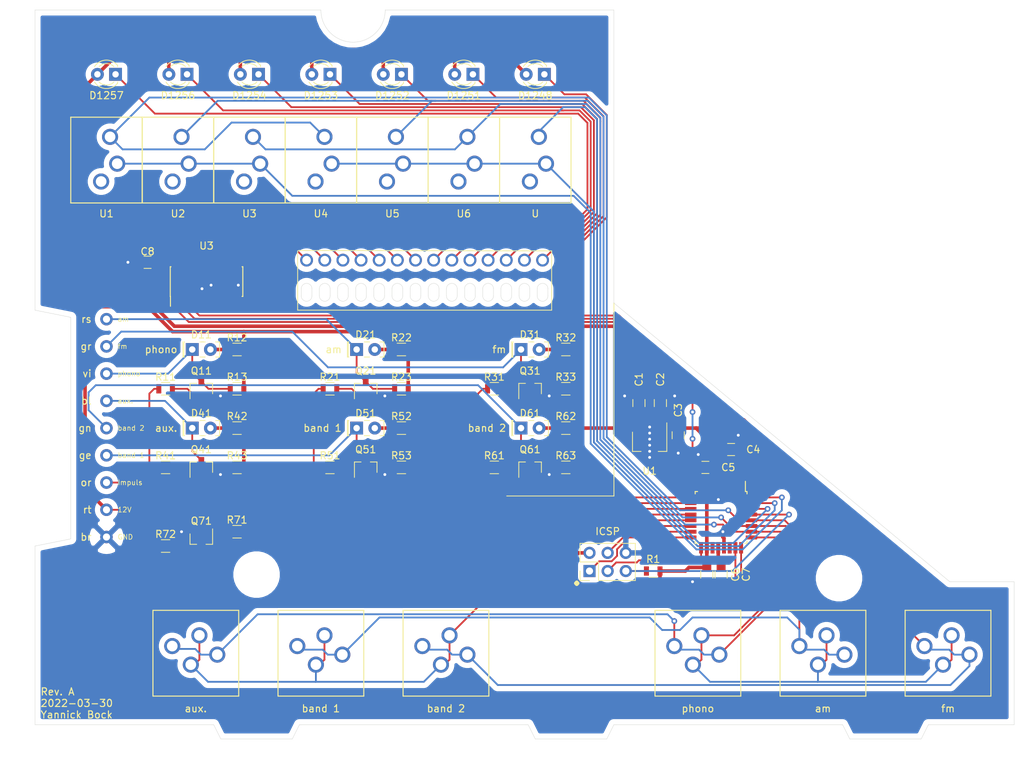
<source format=kicad_pcb>
(kicad_pcb (version 20171130) (host pcbnew "(5.1.7)-1")
  (layers (0 F.Cu signal) (31 B.Cu signal) (34 B.Paste user) (35 F.Paste user) (36 B.SilkS user) (37 F.SilkS user) (38 B.Mask user) (39 F.Mask user) (44 Edge.Cuts user))
  (net 0 "")
  (net 1 "Net-(J1-Pad7)")
  (net 2 GND)
  (net 3 +12V)
  (net 4 PHONO)
  (net 5 AM)
  (net 6 FM)
  (net 7 AUX)
  (net 8 BD1)
  (net 9 BD2)
  (net 10 RESET)
  (net 11 +5V)
  (net 12 CLK)
  (net 13 MOSI)
  (net 14 MISO)
  (net 15 IMPULS)
  (net 16 "Net-(U2-Pad19)")
  (net 17 "Net-(U2-Pad22)")
  (net 18 "Net-(C7-Pad1)")
  (net 19 "Net-(U2-Pad7)")
  (net 20 "Net-(D11-Pad1)")
  (net 21 "Net-(D11-Pad2)")
  (net 22 "Net-(Q11-Pad1)")
  (net 23 "Net-(Q21-Pad1)")
  (net 24 "Net-(Q31-Pad1)")
  (net 25 "Net-(Q41-Pad1)")
  (net 26 "Net-(Q51-Pad1)")
  (net 27 "Net-(Q61-Pad1)")
  (net 28 "Net-(Q71-Pad1)")
  (net 29 "Net-(D21-Pad1)")
  (net 30 "Net-(D21-Pad2)")
  (net 31 "Net-(D31-Pad1)")
  (net 32 "Net-(D31-Pad2)")
  (net 33 "Net-(D41-Pad1)")
  (net 34 "Net-(D41-Pad2)")
  (net 35 "Net-(D51-Pad1)")
  (net 36 "Net-(D51-Pad2)")
  (net 37 "Net-(D61-Pad1)")
  (net 38 "Net-(D61-Pad2)")
  (net 39 KD_1_IN)
  (net 40 KD_1_OUT)
  (net 41 KD_2_IN)
  (net 42 KD_3_IN)
  (net 43 KD_2_OUT)
  (net 44 "Net-(SW7-Pad3)")
  (net 45 KD_3_OUT)
  (net 46 "Net-(SW8-Pad3)")
  (net 47 "Net-(SW9-Pad3)")
  (net 48 "Net-(SW10-Pad3)")
  (net 49 KD_4_OUT)
  (net 50 "Net-(SW11-Pad3)")
  (net 51 "Net-(SW12-Pad3)")
  (net 52 "Net-(SW13-Pad3)")
  (net 53 KD_4_IN)
  (net 54 M7)
  (net 55 M8)
  (net 56 M9)
  (net 57 M10)
  (net 58 M11)
  (net 59 M12)
  (net 60 M13)
  (net 61 M6)
  (net 62 M14)
  (net 63 M1)
  (net 64 M2)
  (net 65 M3)
  (net 66 M4)
  (net 67 M5)
  (net 68 "Net-(U3-Pad7)")
  (net 69 A0)
  (net 70 A1)
  (net 71 A2)
  (module Anzeige-Modul:PadArray_2.54mm_01x14 (layer F.Cu) (at 67.2 52.5)
    (fp_text reference J5 hide)
    (fp_text value Conn_01x14_Male)
    (pad 13 thru_hole circle (at 15.28 -3.5) (size 1.8 1.8) (drill 1.2) (layers *.Cu *.Mask) (net 60 M13))
    (pad 12 thru_hole circle (at 12.74 -3.5) (size 1.8 1.8) (drill 1.2) (layers *.Cu *.Mask) (net 59 M12))
    (pad 11 thru_hole circle (at 10.2 -3.5) (size 1.8 1.8) (drill 1.2) (layers *.Cu *.Mask) (net 58 M11))
    (pad 10 thru_hole circle (at 7.66 -3.5) (size 1.8 1.8) (drill 1.2) (layers *.Cu *.Mask) (net 57 M10))
    (pad 9 thru_hole circle (at 5.12 -3.5) (size 1.8 1.8) (drill 1.2) (layers *.Cu *.Mask) (net 56 M9))
    (pad 8 thru_hole circle (at 2.58 -3.5) (size 1.8 1.8) (drill 1.2) (layers *.Cu *.Mask) (net 55 M8))
    (pad 7 thru_hole circle (at 0.04 -3.5) (size 1.8 1.8) (drill 1.2) (layers *.Cu *.Mask) (net 54 M7))
    (pad 6 thru_hole circle (at -2.5 -3.5) (size 1.8 1.8) (drill 1.2) (layers *.Cu *.Mask) (net 61 M6))
    (pad 5 thru_hole circle (at -5.04 -3.5) (size 1.8 1.8) (drill 1.2) (layers *.Cu *.Mask) (net 67 M5))
    (pad 4 thru_hole circle (at -7.58 -3.5) (size 1.8 1.8) (drill 1.2) (layers *.Cu *.Mask) (net 66 M4))
    (pad 3 thru_hole circle (at -10.12 -3.5) (size 1.8 1.8) (drill 1.2) (layers *.Cu *.Mask) (net 65 M3))
    (pad 2 thru_hole circle (at -12.66 -3.5) (size 1.8 1.8) (drill 1.2) (layers *.Cu *.Mask) (net 64 M2))
    (pad 1 thru_hole circle (at -15.2 -3.5) (size 1.8 1.8) (drill 1.2) (layers *.Cu *.Mask) (net 63 M1))
    (pad 14 thru_hole circle (at 17.82 -3.5) (size 1.8 1.8) (drill 1.2) (layers *.Cu *.Mask) (net 62 M14))
  )
  (module Anzeige-Modul:PadArray_3.81mm_01x09 (layer F.Cu) (at 24 57.26)
    (fp_text reference J1 hide)
    (fp_text value Conn_01x09_Male)
    (fp_text user rs (at -2 0) (layer F.SilkS) (effects (justify right)))
    (fp_text user gr (at -2 3.81) (layer F.SilkS) (effects (justify right)))
    (fp_text user vi (at -2 7.62) (layer F.SilkS) (effects (justify right)))
    (fp_text user bl (at -2 11.43) (layer F.SilkS) (effects (justify right)))
    (fp_text user gn (at -2 15.24) (layer F.SilkS) (effects (justify right)))
    (fp_text user ge (at -2 19.05) (layer F.SilkS) (effects (justify right)))
    (fp_text user or (at -2 22.86) (layer F.SilkS) (effects (justify right)))
    (fp_text user rt (at -2 26.67) (layer F.SilkS) (effects (justify right)))
    (fp_text user br (at -2 30.48) (layer F.SilkS) (effects (justify right)))
    (fp_text user am (at 1.5 0) (layer F.SilkS) (effects (font (size 0.7 0.7) (thickness 0.1)) (justify left)))
    (fp_text user fm (at 1.5 3.81) (layer F.SilkS) (effects (font (size 0.7 0.7) (thickness 0.1)) (justify left)))
    (fp_text user phono (at 1.5 7.62) (layer F.SilkS) (effects (font (size 0.7 0.7) (thickness 0.1)) (justify left)))
    (fp_text user aux. (at 1.5 11.43) (layer F.SilkS) (effects (font (size 0.7 0.7) (thickness 0.1)) (justify left)))
    (fp_text user "band 2" (at 1.5 15.24) (layer F.SilkS) (effects (font (size 0.7 0.7) (thickness 0.1)) (justify left)))
    (fp_text user "band 1" (at 1.5 19.05) (layer F.SilkS) (effects (font (size 0.7 0.7) (thickness 0.1)) (justify left)))
    (fp_text user Impuls (at 1.5 22.86) (layer F.SilkS) (effects (font (size 0.7 0.7) (thickness 0.1)) (justify left)))
    (fp_text user 12V (at 1.5 26.67) (layer F.SilkS) (effects (font (size 0.7 0.7) (thickness 0.1)) (justify left)))
    (fp_text user GND (at 1.5 30.48) (layer F.SilkS) (effects (font (size 0.7 0.7) (thickness 0.1)) (justify left)))
    (pad 1 thru_hole circle (at 0 0) (size 1.75 1.75) (drill 1) (layers *.Cu *.Mask) (net 29 "Net-(D21-Pad1)"))
    (pad 2 thru_hole circle (at 0 3.81) (size 1.75 1.75) (drill 1) (layers *.Cu *.Mask) (net 31 "Net-(D31-Pad1)"))
    (pad 3 thru_hole circle (at 0 7.62) (size 1.75 1.75) (drill 1) (layers *.Cu *.Mask) (net 20 "Net-(D11-Pad1)"))
    (pad 4 thru_hole circle (at 0 11.43) (size 1.75 1.75) (drill 1) (layers *.Cu *.Mask) (net 33 "Net-(D41-Pad1)"))
    (pad 5 thru_hole circle (at 0 15.24) (size 1.75 1.75) (drill 1) (layers *.Cu *.Mask) (net 37 "Net-(D61-Pad1)"))
    (pad 6 thru_hole circle (at 0 19.05) (size 1.75 1.75) (drill 1) (layers *.Cu *.Mask) (net 35 "Net-(D51-Pad1)"))
    (pad 7 thru_hole circle (at 0 22.86) (size 1.75 1.75) (drill 1) (layers *.Cu *.Mask) (net 1 "Net-(J1-Pad7)"))
    (pad 8 thru_hole circle (at 0 26.67) (size 1.75 1.75) (drill 1) (layers *.Cu *.Mask) (net 3 +12V))
    (pad 9 thru_hole circle (at 0 30.48) (size 1.75 1.75) (drill 1) (layers *.Cu *.Mask) (net 2 GND))
  )
  (module saba_9240_frontend:SW_PUSH_SPDT (layer F.Cu) (at 79 29)
    (fp_text reference SW13 hide)
    (fp_text value U (at 5 13.5) (layer F.SilkS))
    (pad 3 thru_hole circle (at 4.25 9) (size 2.25 2.25) (drill 1.5) (layers *.Cu *.Mask) (net 52 "Net-(SW13-Pad3)"))
    (pad 2 thru_hole circle (at 6.5 6.5) (size 2.25 2.25) (drill 1.5) (layers *.Cu *.Mask) (net 49 KD_4_OUT))
    (pad 1 thru_hole circle (at 5.5 2.75) (size 2.25 2.25) (drill 1.5) (layers *.Cu *.Mask) (net 53 KD_4_IN))
  )
  (module saba_9240_frontend:SW_PUSH_SPDT (layer F.Cu) (at 69 29)
    (fp_text reference SW12 hide)
    (fp_text value U6 (at 5 13.5) (layer F.SilkS))
    (pad 3 thru_hole circle (at 4.25 9) (size 2.25 2.25) (drill 1.5) (layers *.Cu *.Mask) (net 51 "Net-(SW12-Pad3)"))
    (pad 2 thru_hole circle (at 6.5 6.5) (size 2.25 2.25) (drill 1.5) (layers *.Cu *.Mask) (net 49 KD_4_OUT))
    (pad 1 thru_hole circle (at 5.5 2.75) (size 2.25 2.25) (drill 1.5) (layers *.Cu *.Mask) (net 39 KD_1_IN))
  )
  (module saba_9240_frontend:SW_PUSH_SPDT (layer F.Cu) (at 59 29)
    (fp_text reference SW11 hide)
    (fp_text value U5 (at 5 13.5) (layer F.SilkS))
    (pad 3 thru_hole circle (at 4.25 9) (size 2.25 2.25) (drill 1.5) (layers *.Cu *.Mask) (net 50 "Net-(SW11-Pad3)"))
    (pad 2 thru_hole circle (at 6.5 6.5) (size 2.25 2.25) (drill 1.5) (layers *.Cu *.Mask) (net 49 KD_4_OUT))
    (pad 1 thru_hole circle (at 5.5 2.75) (size 2.25 2.25) (drill 1.5) (layers *.Cu *.Mask) (net 41 KD_2_IN))
  )
  (module saba_9240_frontend:SW_PUSH_SPDT (layer F.Cu) (at 49 29)
    (fp_text reference SW10 hide)
    (fp_text value U4 (at 5 13.5) (layer F.SilkS))
    (pad 3 thru_hole circle (at 4.25 9) (size 2.25 2.25) (drill 1.5) (layers *.Cu *.Mask) (net 48 "Net-(SW10-Pad3)"))
    (pad 2 thru_hole circle (at 6.5 6.5) (size 2.25 2.25) (drill 1.5) (layers *.Cu *.Mask) (net 49 KD_4_OUT))
    (pad 1 thru_hole circle (at 5.5 2.75) (size 2.25 2.25) (drill 1.5) (layers *.Cu *.Mask) (net 42 KD_3_IN))
  )
  (module saba_9240_frontend:SW_PUSH_SPDT (layer F.Cu) (at 39 29)
    (fp_text reference SW9 hide)
    (fp_text value U3 (at 5 13.5) (layer F.SilkS))
    (pad 3 thru_hole circle (at 4.25 9) (size 2.25 2.25) (drill 1.5) (layers *.Cu *.Mask) (net 47 "Net-(SW9-Pad3)"))
    (pad 2 thru_hole circle (at 6.5 6.5) (size 2.25 2.25) (drill 1.5) (layers *.Cu *.Mask) (net 45 KD_3_OUT))
    (pad 1 thru_hole circle (at 5.5 2.75) (size 2.25 2.25) (drill 1.5) (layers *.Cu *.Mask) (net 39 KD_1_IN))
  )
  (module saba_9240_frontend:SW_PUSH_SPDT (layer F.Cu) (at 29 29)
    (fp_text reference SW8 hide)
    (fp_text value U2 (at 5 13.5) (layer F.SilkS))
    (pad 3 thru_hole circle (at 4.25 9) (size 2.25 2.25) (drill 1.5) (layers *.Cu *.Mask) (net 46 "Net-(SW8-Pad3)"))
    (pad 2 thru_hole circle (at 6.5 6.5) (size 2.25 2.25) (drill 1.5) (layers *.Cu *.Mask) (net 45 KD_3_OUT))
    (pad 1 thru_hole circle (at 5.5 2.75) (size 2.25 2.25) (drill 1.5) (layers *.Cu *.Mask) (net 41 KD_2_IN))
  )
  (module saba_9240_frontend:SW_PUSH_SPDT (layer F.Cu) (at 19 29)
    (fp_text reference SW7 hide)
    (fp_text value U1 (at 5 13.5) (layer F.SilkS))
    (pad 3 thru_hole circle (at 4.25 9) (size 2.25 2.25) (drill 1.5) (layers *.Cu *.Mask) (net 44 "Net-(SW7-Pad3)"))
    (pad 2 thru_hole circle (at 6.5 6.5) (size 2.25 2.25) (drill 1.5) (layers *.Cu *.Mask) (net 45 KD_3_OUT))
    (pad 1 thru_hole circle (at 5.5 2.75) (size 2.25 2.25) (drill 1.5) (layers *.Cu *.Mask) (net 42 KD_3_IN))
  )
  (module Capacitors_SMD:C_0805 (layer F.Cu) (at 29.75 49.3)
    (fp_text reference C8 (at 0 -1.5) (layer F.SilkS))
    (fp_text value 100nF)
    (pad 1 smd rect (at -1 0) (size 1 1.25) (layers F.Cu F.Paste F.Mask) (net 2 GND))
    (pad 2 smd rect (at 1 0) (size 1 1.25) (layers F.Cu F.Paste F.Mask) (net 11 +5V))
  )
  (module Housings_SOIC:SOIC-16_3.9x9.9mm_Pitch1.27mm (layer F.Cu) (at 38 52 90)
    (fp_text reference U3 (at 5 0 180) (layer F.SilkS))
    (fp_text value 74HC138)
    (pad 1 smd rect (at -2.7 -4.445 90) (size 1.5 0.6) (layers F.Cu F.Paste F.Mask) (net 69 A0))
    (pad 2 smd rect (at -2.7 -3.175 90) (size 1.5 0.6) (layers F.Cu F.Paste F.Mask) (net 70 A1))
    (pad 3 smd rect (at -2.7 -1.905 90) (size 1.5 0.6) (layers F.Cu F.Paste F.Mask) (net 71 A2))
    (pad 4 smd rect (at -2.7 -0.635 90) (size 1.5 0.6) (layers F.Cu F.Paste F.Mask) (net 2 GND))
    (pad 5 smd rect (at -2.7 0.635 90) (size 1.5 0.6) (layers F.Cu F.Paste F.Mask) (net 2 GND))
    (pad 6 smd rect (at -2.7 1.905 90) (size 1.5 0.6) (layers F.Cu F.Paste F.Mask) (net 11 +5V))
    (pad 7 smd rect (at -2.7 3.175 90) (size 1.5 0.6) (layers F.Cu F.Paste F.Mask) (net 68 "Net-(U3-Pad7)"))
    (pad 8 smd rect (at -2.7 4.445 90) (size 1.5 0.6) (layers F.Cu F.Paste F.Mask) (net 2 GND))
    (pad 9 smd rect (at 2.7 4.445 90) (size 1.5 0.6) (layers F.Cu F.Paste F.Mask) (net 63 M1))
    (pad 10 smd rect (at 2.7 3.175 90) (size 1.5 0.6) (layers F.Cu F.Paste F.Mask) (net 64 M2))
    (pad 11 smd rect (at 2.7 1.905 90) (size 1.5 0.6) (layers F.Cu F.Paste F.Mask) (net 65 M3))
    (pad 12 smd rect (at 2.7 0.635 90) (size 1.5 0.6) (layers F.Cu F.Paste F.Mask) (net 66 M4))
    (pad 13 smd rect (at 2.7 -0.635 90) (size 1.5 0.6) (layers F.Cu F.Paste F.Mask) (net 67 M5))
    (pad 14 smd rect (at 2.7 -1.905 90) (size 1.5 0.6) (layers F.Cu F.Paste F.Mask) (net 61 M6))
    (pad 15 smd rect (at 2.7 -3.175 90) (size 1.5 0.6) (layers F.Cu F.Paste F.Mask) (net 54 M7))
    (pad 16 smd rect (at 2.7 -4.445 90) (size 1.5 0.6) (layers F.Cu F.Paste F.Mask) (net 11 +5V))
  )
  (module LEDs:LED_D3.0mm (layer F.Cu) (at 85.27 23 180)
    (fp_text reference D1248 (at 1.27 -2.96) (layer F.SilkS))
    (fp_text value LED)
    (pad 1 thru_hole rect (at 0 0 180) (size 1.8 1.8) (drill 0.9) (layers *.Cu *.Mask) (net 62 M14))
    (pad 2 thru_hole circle (at 2.54 0 180) (size 1.8 1.8) (drill 0.9) (layers *.Cu *.Mask) (net 3 +12V))
  )
  (module LEDs:LED_D3.0mm (layer F.Cu) (at 75.27 23 180)
    (fp_text reference D1251 (at 1.27 -2.96) (layer F.SilkS))
    (fp_text value LED)
    (pad 1 thru_hole rect (at 0 0 180) (size 1.8 1.8) (drill 0.9) (layers *.Cu *.Mask) (net 60 M13))
    (pad 2 thru_hole circle (at 2.54 0 180) (size 1.8 1.8) (drill 0.9) (layers *.Cu *.Mask) (net 3 +12V))
  )
  (module LEDs:LED_D3.0mm (layer F.Cu) (at 65.27 23 180)
    (fp_text reference D1252 (at 1.27 -2.96) (layer F.SilkS))
    (fp_text value LED)
    (pad 1 thru_hole rect (at 0 0 180) (size 1.8 1.8) (drill 0.9) (layers *.Cu *.Mask) (net 59 M12))
    (pad 2 thru_hole circle (at 2.54 0 180) (size 1.8 1.8) (drill 0.9) (layers *.Cu *.Mask) (net 3 +12V))
  )
  (module LEDs:LED_D3.0mm (layer F.Cu) (at 55.27 23 180)
    (fp_text reference D1253 (at 1.27 -2.96) (layer F.SilkS))
    (fp_text value LED)
    (pad 1 thru_hole rect (at 0 0 180) (size 1.8 1.8) (drill 0.9) (layers *.Cu *.Mask) (net 58 M11))
    (pad 2 thru_hole circle (at 2.54 0 180) (size 1.8 1.8) (drill 0.9) (layers *.Cu *.Mask) (net 3 +12V))
  )
  (module LEDs:LED_D3.0mm (layer F.Cu) (at 45.27 23 180)
    (fp_text reference D1254 (at 1.27 -2.96) (layer F.SilkS))
    (fp_text value LED)
    (pad 1 thru_hole rect (at 0 0 180) (size 1.8 1.8) (drill 0.9) (layers *.Cu *.Mask) (net 57 M10))
    (pad 2 thru_hole circle (at 2.54 0 180) (size 1.8 1.8) (drill 0.9) (layers *.Cu *.Mask) (net 3 +12V))
  )
  (module LEDs:LED_D3.0mm (layer F.Cu) (at 35.27 23 180)
    (fp_text reference D1256 (at 1.27 -2.96) (layer F.SilkS))
    (fp_text value LED)
    (pad 1 thru_hole rect (at 0 0 180) (size 1.8 1.8) (drill 0.9) (layers *.Cu *.Mask) (net 56 M9))
    (pad 2 thru_hole circle (at 2.54 0 180) (size 1.8 1.8) (drill 0.9) (layers *.Cu *.Mask) (net 3 +12V))
  )
  (module LEDs:LED_D3.0mm (layer F.Cu) (at 25.27 23 180)
    (fp_text reference D1257 (at 1.27 -2.96) (layer F.SilkS))
    (fp_text value LED)
    (pad 1 thru_hole rect (at 0 0 180) (size 1.8 1.8) (drill 0.9) (layers *.Cu *.Mask) (net 55 M8))
    (pad 2 thru_hole circle (at 2.54 0 180) (size 1.8 1.8) (drill 0.9) (layers *.Cu *.Mask) (net 3 +12V))
  )
  (module TO_SOT_Packages_SMD:SOT-23 (layer F.Cu) (at 37.27 88 270)
    (fp_text reference Q71 (at -2.5 0 180) (layer F.SilkS))
    (fp_text value BC847)
    (pad 1 smd rect (at -1 -0.95 270) (size 0.9 0.8) (layers F.Cu F.Paste F.Mask) (net 28 "Net-(Q71-Pad1)"))
    (pad 2 smd rect (at -1 0.95 270) (size 0.9 0.8) (layers F.Cu F.Paste F.Mask) (net 2 GND))
    (pad 3 smd rect (at 1 0 270) (size 0.9 0.8) (layers F.Cu F.Paste F.Mask) (net 1 "Net-(J1-Pad7)"))
  )
  (module saba_9240_frontend:saba_92xx_push_button (layer F.Cu) (at 36.5 112)
    (fp_text reference SW1 hide)
    (fp_text value AUX)
    (pad 4 thru_hole circle (at 3 -7.8) (size 2.25 2.25) (drill 1.5) (layers *.Cu *.Mask) (net 39 KD_1_IN) (clearance 0.65) (thermal_gap 1.25))
    (pad 3 thru_hole circle (at -0.7 -6.4) (size 2.25 2.25) (drill 1.5) (layers *.Cu *.Mask) (net 40 KD_1_OUT) (clearance 0.65) (thermal_gap 1.25))
    (pad 2 thru_hole circle (at -3.3 -9) (size 2.25 2.25) (drill 1.5) (layers *.Cu *.Mask) (net 39 KD_1_IN) (clearance 0.65) (thermal_gap 1.25))
    (pad 1 thru_hole circle (at 0.5 -10.5) (size 2.25 2.25) (drill 1.5) (layers *.Cu *.Mask) (net 40 KD_1_OUT) (clearance 0.65) (thermal_gap 1.25))
  )
  (module saba_9240_frontend:saba_92xx_push_button (layer F.Cu) (at 54 112)
    (fp_text reference SW2 hide)
    (fp_text value BD1)
    (pad 4 thru_hole circle (at 3 -7.8) (size 2.25 2.25) (drill 1.5) (layers *.Cu *.Mask) (net 41 KD_2_IN) (clearance 0.75) (thermal_gap 1.25))
    (pad 3 thru_hole circle (at -0.7 -6.4) (size 2.25 2.25) (drill 1.5) (layers *.Cu *.Mask) (net 40 KD_1_OUT) (clearance 0.75) (thermal_gap 1.25))
    (pad 2 thru_hole circle (at -3.3 -9) (size 2.25 2.25) (drill 1.5) (layers *.Cu *.Mask) (net 41 KD_2_IN) (clearance 0.75) (thermal_gap 1.25))
    (pad 1 thru_hole circle (at 0.5 -10.5) (size 2.25 2.25) (drill 1.5) (layers *.Cu *.Mask) (net 40 KD_1_OUT) (clearance 0.75) (thermal_gap 1.25))
  )
  (module saba_9240_frontend:saba_92xx_push_button (layer F.Cu) (at 71.5 112)
    (fp_text reference SW3 hide)
    (fp_text value BD2)
    (pad 4 thru_hole circle (at 3 -7.8) (size 2.25 2.25) (drill 1.5) (layers *.Cu *.Mask) (net 42 KD_3_IN) (clearance 0.75) (thermal_gap 1.25))
    (pad 3 thru_hole circle (at -0.7 -6.4) (size 2.25 2.25) (drill 1.5) (layers *.Cu *.Mask) (net 40 KD_1_OUT) (clearance 0.75) (thermal_gap 1.25))
    (pad 2 thru_hole circle (at -3.3 -9) (size 2.25 2.25) (drill 1.5) (layers *.Cu *.Mask) (net 42 KD_3_IN) (clearance 0.75) (thermal_gap 1.25))
    (pad 1 thru_hole circle (at 0.5 -10.5) (size 2.25 2.25) (drill 1.5) (layers *.Cu *.Mask) (net 40 KD_1_OUT) (clearance 0.75) (thermal_gap 1.25))
  )
  (module saba_9240_frontend:saba_92xx_push_button (layer F.Cu) (at 106.75 112)
    (fp_text reference SW4 hide)
    (fp_text value PHONO)
    (pad 4 thru_hole circle (at 3 -7.8) (size 2.25 2.25) (drill 1.5) (layers *.Cu *.Mask) (net 39 KD_1_IN) (clearance 0.75) (thermal_gap 1.25))
    (pad 3 thru_hole circle (at -0.7 -6.4) (size 2.25 2.25) (drill 1.5) (layers *.Cu *.Mask) (net 43 KD_2_OUT) (clearance 0.75) (thermal_gap 1.25))
    (pad 2 thru_hole circle (at -3.3 -9) (size 2.25 2.25) (drill 1.5) (layers *.Cu *.Mask) (net 39 KD_1_IN) (clearance 0.75) (thermal_gap 1.25))
    (pad 1 thru_hole circle (at 0.5 -10.5) (size 2.25 2.25) (drill 1.5) (layers *.Cu *.Mask) (net 43 KD_2_OUT) (clearance 0.75) (thermal_gap 1.25))
  )
  (module saba_9240_frontend:saba_92xx_push_button (layer F.Cu) (at 141.75 112)
    (fp_text reference SW6 hide)
    (fp_text value FM)
    (pad 4 thru_hole circle (at 3 -7.8) (size 2.25 2.25) (drill 1.5) (layers *.Cu *.Mask) (net 42 KD_3_IN) (clearance 0.75) (thermal_gap 1.25))
    (pad 3 thru_hole circle (at -0.7 -6.4) (size 2.25 2.25) (drill 1.5) (layers *.Cu *.Mask) (net 43 KD_2_OUT) (clearance 0.75) (thermal_gap 1.25))
    (pad 2 thru_hole circle (at -3.3 -9) (size 2.25 2.25) (drill 1.5) (layers *.Cu *.Mask) (net 42 KD_3_IN) (clearance 0.75) (thermal_gap 1.25))
    (pad 1 thru_hole circle (at 0.5 -10.5) (size 2.25 2.25) (drill 1.5) (layers *.Cu *.Mask) (net 43 KD_2_OUT) (clearance 0.75) (thermal_gap 1.25))
  )
  (module saba_9240_frontend:saba_92xx_push_button (layer F.Cu) (at 124.25 112)
    (fp_text reference SW5 hide)
    (fp_text value AM)
    (pad 4 thru_hole circle (at 3 -7.8) (size 2.25 2.25) (drill 1.5) (layers *.Cu *.Mask) (net 41 KD_2_IN) (clearance 0.75) (thermal_gap 1.25))
    (pad 3 thru_hole circle (at -0.7 -6.4) (size 2.25 2.25) (drill 1.5) (layers *.Cu *.Mask) (net 43 KD_2_OUT) (clearance 0.75) (thermal_gap 1.25))
    (pad 2 thru_hole circle (at -3.3 -9) (size 2.25 2.25) (drill 1.5) (layers *.Cu *.Mask) (net 41 KD_2_IN) (clearance 0.75) (thermal_gap 1.25))
    (pad 1 thru_hole circle (at 0.5 -10.5) (size 2.25 2.25) (drill 1.5) (layers *.Cu *.Mask) (net 43 KD_2_OUT) (clearance 0.75) (thermal_gap 1.25))
  )
  (module Capacitors_SMD:C_0805 (layer F.Cu) (at 108 93 90)
    (fp_text reference C6 (at 0 4 90) (layer F.SilkS))
    (fp_text value 100nF)
    (pad 1 smd rect (at -1 0 90) (size 1 1.25) (layers F.Cu F.Paste F.Mask) (net 2 GND))
    (pad 2 smd rect (at 1 0 90) (size 1 1.25) (layers F.Cu F.Paste F.Mask) (net 11 +5V))
  )
  (module Capacitors_SMD:C_0805 (layer F.Cu) (at 107.8 78)
    (fp_text reference C5 (at 3.2 0) (layer F.SilkS))
    (fp_text value 100nF)
    (pad 1 smd rect (at -1 0) (size 1 1.25) (layers F.Cu F.Paste F.Mask) (net 2 GND))
    (pad 2 smd rect (at 1 0) (size 1 1.25) (layers F.Cu F.Paste F.Mask) (net 11 +5V))
  )
  (module Capacitors_SMD:C_0805 (layer F.Cu) (at 111.4 75.5 180)
    (fp_text reference C4 (at -3.1 0) (layer F.SilkS))
    (fp_text value 100nF)
    (pad 1 smd rect (at -1 0 180) (size 1 1.25) (layers F.Cu F.Paste F.Mask) (net 2 GND))
    (pad 2 smd rect (at 1 0 180) (size 1 1.25) (layers F.Cu F.Paste F.Mask) (net 11 +5V))
  )
  (module Capacitors_SMD:C_0805 (layer F.Cu) (at 104 73.5 90)
    (fp_text reference C3 (at 3.5 0 90) (layer F.SilkS))
    (fp_text value 2.2µF)
    (pad 1 smd rect (at -1 0 90) (size 1 1.25) (layers F.Cu F.Paste F.Mask) (net 2 GND))
    (pad 2 smd rect (at 1 0 90) (size 1 1.25) (layers F.Cu F.Paste F.Mask) (net 11 +5V))
  )
  (module Resistors_SMD:R_0805 (layer F.Cu) (at 100.5 92.5 180)
    (fp_text reference R1 (at 0 1.65) (layer F.SilkS))
    (fp_text value 1k)
    (pad 1 smd rect (at -0.95 0 180) (size 0.7 1.3) (layers F.Cu F.Paste F.Mask) (net 11 +5V))
    (pad 2 smd rect (at 0.95 0 180) (size 0.7 1.3) (layers F.Cu F.Paste F.Mask) (net 10 RESET))
  )
  (module Capacitors_SMD:C_0805 (layer F.Cu) (at 110 93 270)
    (fp_text reference C7 (at 0 -3.5 90) (layer F.SilkS))
    (fp_text value 100nF)
    (pad 1 smd rect (at -1 0 270) (size 1 1.25) (layers F.Cu F.Paste F.Mask) (net 18 "Net-(C7-Pad1)"))
    (pad 2 smd rect (at 1 0 270) (size 1 1.25) (layers F.Cu F.Paste F.Mask) (net 2 GND))
  )
  (module Housings_QFP:TQFP-32_7x7mm_Pitch0.8mm (layer F.Cu) (at 110 85 270)
    (fp_text reference U2 hide)
    (fp_text value ATmega328P-AU)
    (pad 1 smd rect (at -4.25 -2.8 270) (size 1.6 0.55) (layers F.Cu F.Paste F.Mask) (net 71 A2))
    (pad 2 smd rect (at -4.25 -2 270) (size 1.6 0.55) (layers F.Cu F.Paste F.Mask) (net 70 A1))
    (pad 3 smd rect (at -4.25 -1.2 270) (size 1.6 0.55) (layers F.Cu F.Paste F.Mask) (net 2 GND))
    (pad 4 smd rect (at -4.25 -0.4 270) (size 1.6 0.55) (layers F.Cu F.Paste F.Mask) (net 11 +5V))
    (pad 5 smd rect (at -4.25 0.4 270) (size 1.6 0.55) (layers F.Cu F.Paste F.Mask) (net 2 GND))
    (pad 6 smd rect (at -4.25 1.2 270) (size 1.6 0.55) (layers F.Cu F.Paste F.Mask) (net 11 +5V))
    (pad 7 smd rect (at -4.25 2 270) (size 1.6 0.55) (layers F.Cu F.Paste F.Mask) (net 19 "Net-(U2-Pad7)"))
    (pad 8 smd rect (at -4.25 2.8 270) (size 1.6 0.55) (layers F.Cu F.Paste F.Mask) (net 69 A0))
    (pad 9 smd rect (at -2.8 4.25) (size 1.6 0.55) (layers F.Cu F.Paste F.Mask) (net 9 BD2))
    (pad 10 smd rect (at -2 4.25) (size 1.6 0.55) (layers F.Cu F.Paste F.Mask) (net 6 FM))
    (pad 11 smd rect (at -1.2 4.25) (size 1.6 0.55) (layers F.Cu F.Paste F.Mask) (net 8 BD1))
    (pad 12 smd rect (at -0.4 4.25) (size 1.6 0.55) (layers F.Cu F.Paste F.Mask) (net 5 AM))
    (pad 13 smd rect (at 0.4 4.25) (size 1.6 0.55) (layers F.Cu F.Paste F.Mask) (net 7 AUX))
    (pad 14 smd rect (at 1.2 4.25) (size 1.6 0.55) (layers F.Cu F.Paste F.Mask) (net 4 PHONO))
    (pad 15 smd rect (at 2 4.25) (size 1.6 0.55) (layers F.Cu F.Paste F.Mask) (net 13 MOSI))
    (pad 16 smd rect (at 2.8 4.25) (size 1.6 0.55) (layers F.Cu F.Paste F.Mask) (net 14 MISO))
    (pad 17 smd rect (at 4.25 2.8 270) (size 1.6 0.55) (layers F.Cu F.Paste F.Mask) (net 12 CLK))
    (pad 18 smd rect (at 4.25 2 270) (size 1.6 0.55) (layers F.Cu F.Paste F.Mask) (net 11 +5V))
    (pad 19 smd rect (at 4.25 1.2 270) (size 1.6 0.55) (layers F.Cu F.Paste F.Mask) (net 16 "Net-(U2-Pad19)"))
    (pad 20 smd rect (at 4.25 0.4 270) (size 1.6 0.55) (layers F.Cu F.Paste F.Mask) (net 18 "Net-(C7-Pad1)"))
    (pad 21 smd rect (at 4.25 -0.4 270) (size 1.6 0.55) (layers F.Cu F.Paste F.Mask) (net 2 GND))
    (pad 22 smd rect (at 4.25 -1.2 270) (size 1.6 0.55) (layers F.Cu F.Paste F.Mask) (net 17 "Net-(U2-Pad22)"))
    (pad 23 smd rect (at 4.25 -2 270) (size 1.6 0.55) (layers F.Cu F.Paste F.Mask) (net 15 IMPULS))
    (pad 24 smd rect (at 4.25 -2.8 270) (size 1.6 0.55) (layers F.Cu F.Paste F.Mask) (net 40 KD_1_OUT))
    (pad 25 smd rect (at 2.8 -4.25) (size 1.6 0.55) (layers F.Cu F.Paste F.Mask) (net 43 KD_2_OUT))
    (pad 26 smd rect (at 2 -4.25) (size 1.6 0.55) (layers F.Cu F.Paste F.Mask) (net 39 KD_1_IN))
    (pad 27 smd rect (at 1.2 -4.25) (size 1.6 0.55) (layers F.Cu F.Paste F.Mask) (net 41 KD_2_IN))
    (pad 28 smd rect (at 0.4 -4.25) (size 1.6 0.55) (layers F.Cu F.Paste F.Mask) (net 42 KD_3_IN))
    (pad 29 smd rect (at -0.4 -4.25) (size 1.6 0.55) (layers F.Cu F.Paste F.Mask) (net 10 RESET))
    (pad 30 smd rect (at -1.2 -4.25) (size 1.6 0.55) (layers F.Cu F.Paste F.Mask) (net 53 KD_4_IN))
    (pad 31 smd rect (at -2 -4.25) (size 1.6 0.55) (layers F.Cu F.Paste F.Mask) (net 49 KD_4_OUT))
    (pad 32 smd rect (at -2.8 -4.25) (size 1.6 0.55) (layers F.Cu F.Paste F.Mask) (net 45 KD_3_OUT))
  )
  (module LEDs:LED_Rectangular_W5.0mm_H2.0mm (layer F.Cu) (at 36 61.5)
    (fp_text reference D11 (at 1.27 -2.06) (layer F.SilkS))
    (fp_text value LED)
    (pad 1 thru_hole rect (at 0 0) (size 1.8 1.8) (drill 0.9) (layers *.Cu *.Mask) (net 20 "Net-(D11-Pad1)"))
    (pad 2 thru_hole circle (at 2.54 0) (size 1.8 1.8) (drill 0.9) (layers *.Cu *.Mask) (net 21 "Net-(D11-Pad2)"))
  )
  (module LEDs:LED_Rectangular_W5.0mm_H2.0mm (layer F.Cu) (at 59 61.5)
    (fp_text reference D21 (at 1.27 -2.06) (layer F.SilkS))
    (fp_text value LED)
    (pad 1 thru_hole rect (at 0 0) (size 1.8 1.8) (drill 0.9) (layers *.Cu *.Mask) (net 29 "Net-(D21-Pad1)"))
    (pad 2 thru_hole circle (at 2.54 0) (size 1.8 1.8) (drill 0.9) (layers *.Cu *.Mask) (net 30 "Net-(D21-Pad2)"))
  )
  (module LEDs:LED_Rectangular_W5.0mm_H2.0mm (layer F.Cu) (at 82 61.5)
    (fp_text reference D31 (at 1.27 -2.06) (layer F.SilkS))
    (fp_text value LED)
    (pad 1 thru_hole rect (at 0 0) (size 1.8 1.8) (drill 0.9) (layers *.Cu *.Mask) (net 31 "Net-(D31-Pad1)"))
    (pad 2 thru_hole circle (at 2.54 0) (size 1.8 1.8) (drill 0.9) (layers *.Cu *.Mask) (net 32 "Net-(D31-Pad2)"))
  )
  (module LEDs:LED_Rectangular_W5.0mm_H2.0mm (layer F.Cu) (at 36 72.5)
    (fp_text reference D41 (at 1.27 -2.06) (layer F.SilkS))
    (fp_text value LED)
    (pad 1 thru_hole rect (at 0 0) (size 1.8 1.8) (drill 0.9) (layers *.Cu *.Mask) (net 33 "Net-(D41-Pad1)"))
    (pad 2 thru_hole circle (at 2.54 0) (size 1.8 1.8) (drill 0.9) (layers *.Cu *.Mask) (net 34 "Net-(D41-Pad2)"))
  )
  (module LEDs:LED_Rectangular_W5.0mm_H2.0mm (layer F.Cu) (at 59 72.5)
    (fp_text reference D51 (at 1.27 -2.06) (layer F.SilkS))
    (fp_text value LED)
    (pad 1 thru_hole rect (at 0 0) (size 1.8 1.8) (drill 0.9) (layers *.Cu *.Mask) (net 35 "Net-(D51-Pad1)"))
    (pad 2 thru_hole circle (at 2.54 0) (size 1.8 1.8) (drill 0.9) (layers *.Cu *.Mask) (net 36 "Net-(D51-Pad2)"))
  )
  (module LEDs:LED_Rectangular_W5.0mm_H2.0mm (layer F.Cu) (at 82 72.5)
    (fp_text reference D61 (at 1.27 -2.06) (layer F.SilkS))
    (fp_text value LED)
    (pad 1 thru_hole rect (at 0 0) (size 1.8 1.8) (drill 0.9) (layers *.Cu *.Mask) (net 37 "Net-(D61-Pad1)"))
    (pad 2 thru_hole circle (at 2.54 0) (size 1.8 1.8) (drill 0.9) (layers *.Cu *.Mask) (net 38 "Net-(D61-Pad2)"))
  )
  (module Resistors_SMD:R_0805 (layer F.Cu) (at 42.27 61.5)
    (fp_text reference R12 (at 0 -1.65) (layer F.SilkS))
    (fp_text value 680)
    (pad 1 smd rect (at -0.95 0) (size 0.7 1.3) (layers F.Cu F.Paste F.Mask) (net 21 "Net-(D11-Pad2)"))
    (pad 2 smd rect (at 0.95 0) (size 0.7 1.3) (layers F.Cu F.Paste F.Mask) (net 3 +12V))
  )
  (module Resistors_SMD:R_0805 (layer F.Cu) (at 65.27 61.5)
    (fp_text reference R22 (at 0 -1.65) (layer F.SilkS))
    (fp_text value 680)
    (pad 1 smd rect (at -0.95 0) (size 0.7 1.3) (layers F.Cu F.Paste F.Mask) (net 30 "Net-(D21-Pad2)"))
    (pad 2 smd rect (at 0.95 0) (size 0.7 1.3) (layers F.Cu F.Paste F.Mask) (net 3 +12V))
  )
  (module Resistors_SMD:R_0805 (layer F.Cu) (at 88.27 61.5)
    (fp_text reference R32 (at 0 -1.65) (layer F.SilkS))
    (fp_text value 680)
    (pad 1 smd rect (at -0.95 0) (size 0.7 1.3) (layers F.Cu F.Paste F.Mask) (net 32 "Net-(D31-Pad2)"))
    (pad 2 smd rect (at 0.95 0) (size 0.7 1.3) (layers F.Cu F.Paste F.Mask) (net 3 +12V))
  )
  (module Resistors_SMD:R_0805 (layer F.Cu) (at 42.27 72.5)
    (fp_text reference R42 (at 0 -1.65) (layer F.SilkS))
    (fp_text value 680)
    (pad 1 smd rect (at -0.95 0) (size 0.7 1.3) (layers F.Cu F.Paste F.Mask) (net 34 "Net-(D41-Pad2)"))
    (pad 2 smd rect (at 0.95 0) (size 0.7 1.3) (layers F.Cu F.Paste F.Mask) (net 3 +12V))
  )
  (module Resistors_SMD:R_0805 (layer F.Cu) (at 65.27 72.5)
    (fp_text reference R52 (at 0 -1.65) (layer F.SilkS))
    (fp_text value 680)
    (pad 1 smd rect (at -0.95 0) (size 0.7 1.3) (layers F.Cu F.Paste F.Mask) (net 36 "Net-(D51-Pad2)"))
    (pad 2 smd rect (at 0.95 0) (size 0.7 1.3) (layers F.Cu F.Paste F.Mask) (net 3 +12V))
  )
  (module Resistors_SMD:R_0805 (layer F.Cu) (at 88.27 72.5)
    (fp_text reference R62 (at 0 -1.65) (layer F.SilkS))
    (fp_text value 680)
    (pad 1 smd rect (at -0.95 0) (size 0.7 1.3) (layers F.Cu F.Paste F.Mask) (net 38 "Net-(D61-Pad2)"))
    (pad 2 smd rect (at 0.95 0) (size 0.7 1.3) (layers F.Cu F.Paste F.Mask) (net 3 +12V))
  )
  (module TO_SOT_Packages_SMD:SOT-23 (layer F.Cu) (at 37.27 67 90)
    (fp_text reference Q11 (at 2.5 0 180) (layer F.SilkS))
    (fp_text value BC847)
    (pad 1 smd rect (at -1 -0.95 90) (size 0.9 0.8) (layers F.Cu F.Paste F.Mask) (net 22 "Net-(Q11-Pad1)"))
    (pad 2 smd rect (at -1 0.95 90) (size 0.9 0.8) (layers F.Cu F.Paste F.Mask) (net 2 GND))
    (pad 3 smd rect (at 1 0 90) (size 0.9 0.8) (layers F.Cu F.Paste F.Mask) (net 20 "Net-(D11-Pad1)"))
  )
  (module TO_SOT_Packages_SMD:SOT-23 (layer F.Cu) (at 60.27 67 90)
    (fp_text reference Q21 (at 2.5 0 180) (layer F.SilkS))
    (fp_text value BC847)
    (pad 1 smd rect (at -1 -0.95 90) (size 0.9 0.8) (layers F.Cu F.Paste F.Mask) (net 23 "Net-(Q21-Pad1)"))
    (pad 2 smd rect (at -1 0.95 90) (size 0.9 0.8) (layers F.Cu F.Paste F.Mask) (net 2 GND))
    (pad 3 smd rect (at 1 0 90) (size 0.9 0.8) (layers F.Cu F.Paste F.Mask) (net 29 "Net-(D21-Pad1)"))
  )
  (module TO_SOT_Packages_SMD:SOT-23 (layer F.Cu) (at 83.27 67 90)
    (fp_text reference Q31 (at 2.5 0 180) (layer F.SilkS))
    (fp_text value BC847)
    (pad 1 smd rect (at -1 -0.95 90) (size 0.9 0.8) (layers F.Cu F.Paste F.Mask) (net 24 "Net-(Q31-Pad1)"))
    (pad 2 smd rect (at -1 0.95 90) (size 0.9 0.8) (layers F.Cu F.Paste F.Mask) (net 2 GND))
    (pad 3 smd rect (at 1 0 90) (size 0.9 0.8) (layers F.Cu F.Paste F.Mask) (net 31 "Net-(D31-Pad1)"))
  )
  (module TO_SOT_Packages_SMD:SOT-23 (layer F.Cu) (at 37.27 78 90)
    (fp_text reference Q41 (at 2.5 0 180) (layer F.SilkS))
    (fp_text value BC847)
    (pad 1 smd rect (at -1 -0.95 90) (size 0.9 0.8) (layers F.Cu F.Paste F.Mask) (net 25 "Net-(Q41-Pad1)"))
    (pad 2 smd rect (at -1 0.95 90) (size 0.9 0.8) (layers F.Cu F.Paste F.Mask) (net 2 GND))
    (pad 3 smd rect (at 1 0 90) (size 0.9 0.8) (layers F.Cu F.Paste F.Mask) (net 33 "Net-(D41-Pad1)"))
  )
  (module TO_SOT_Packages_SMD:SOT-23 (layer F.Cu) (at 60.27 78 90)
    (fp_text reference Q51 (at 2.5 0 180) (layer F.SilkS))
    (fp_text value BC847)
    (pad 1 smd rect (at -1 -0.95 90) (size 0.9 0.8) (layers F.Cu F.Paste F.Mask) (net 26 "Net-(Q51-Pad1)"))
    (pad 2 smd rect (at -1 0.95 90) (size 0.9 0.8) (layers F.Cu F.Paste F.Mask) (net 2 GND))
    (pad 3 smd rect (at 1 0 90) (size 0.9 0.8) (layers F.Cu F.Paste F.Mask) (net 35 "Net-(D51-Pad1)"))
  )
  (module TO_SOT_Packages_SMD:SOT-23 (layer F.Cu) (at 83.27 78 90)
    (fp_text reference Q61 (at 2.5 0 180) (layer F.SilkS))
    (fp_text value BC847)
    (pad 1 smd rect (at -1 -0.95 90) (size 0.9 0.8) (layers F.Cu F.Paste F.Mask) (net 27 "Net-(Q61-Pad1)"))
    (pad 2 smd rect (at -1 0.95 90) (size 0.9 0.8) (layers F.Cu F.Paste F.Mask) (net 2 GND))
    (pad 3 smd rect (at 1 0 90) (size 0.9 0.8) (layers F.Cu F.Paste F.Mask) (net 37 "Net-(D61-Pad1)"))
  )
  (module Resistors_SMD:R_0805 (layer F.Cu) (at 42.27 67)
    (fp_text reference R13 (at 0 -1.65) (layer F.SilkS))
    (fp_text value 100k)
    (pad 1 smd rect (at -0.95 0) (size 0.7 1.3) (layers F.Cu F.Paste F.Mask) (net 20 "Net-(D11-Pad1)"))
    (pad 2 smd rect (at 0.95 0) (size 0.7 1.3) (layers F.Cu F.Paste F.Mask) (net 3 +12V))
  )
  (module Resistors_SMD:R_0805 (layer F.Cu) (at 65.27 67)
    (fp_text reference R23 (at 0 -1.65) (layer F.SilkS))
    (fp_text value 100k)
    (pad 1 smd rect (at -0.95 0) (size 0.7 1.3) (layers F.Cu F.Paste F.Mask) (net 29 "Net-(D21-Pad1)"))
    (pad 2 smd rect (at 0.95 0) (size 0.7 1.3) (layers F.Cu F.Paste F.Mask) (net 3 +12V))
  )
  (module Resistors_SMD:R_0805 (layer F.Cu) (at 88.27 67)
    (fp_text reference R33 (at 0 -1.65) (layer F.SilkS))
    (fp_text value 100k)
    (pad 1 smd rect (at -0.95 0) (size 0.7 1.3) (layers F.Cu F.Paste F.Mask) (net 31 "Net-(D31-Pad1)"))
    (pad 2 smd rect (at 0.95 0) (size 0.7 1.3) (layers F.Cu F.Paste F.Mask) (net 3 +12V))
  )
  (module Resistors_SMD:R_0805 (layer F.Cu) (at 42.27 78)
    (fp_text reference R43 (at 0 -1.65) (layer F.SilkS))
    (fp_text value 100k)
    (pad 1 smd rect (at -0.95 0) (size 0.7 1.3) (layers F.Cu F.Paste F.Mask) (net 33 "Net-(D41-Pad1)"))
    (pad 2 smd rect (at 0.95 0) (size 0.7 1.3) (layers F.Cu F.Paste F.Mask) (net 3 +12V))
  )
  (module Resistors_SMD:R_0805 (layer F.Cu) (at 65.27 78)
    (fp_text reference R53 (at 0 -1.65) (layer F.SilkS))
    (fp_text value 100k)
    (pad 1 smd rect (at -0.95 0) (size 0.7 1.3) (layers F.Cu F.Paste F.Mask) (net 35 "Net-(D51-Pad1)"))
    (pad 2 smd rect (at 0.95 0) (size 0.7 1.3) (layers F.Cu F.Paste F.Mask) (net 3 +12V))
  )
  (module Resistors_SMD:R_0805 (layer F.Cu) (at 88.27 78)
    (fp_text reference R63 (at 0 -1.65) (layer F.SilkS))
    (fp_text value 100k)
    (pad 2 smd rect (at 0.95 0) (size 0.7 1.3) (layers F.Cu F.Paste F.Mask) (net 3 +12V))
    (pad 1 smd rect (at -0.95 0) (size 0.7 1.3) (layers F.Cu F.Paste F.Mask) (net 37 "Net-(D61-Pad1)"))
  )
  (module Resistors_SMD:R_0805 (layer F.Cu) (at 32.27 67)
    (fp_text reference R11 (at 0 -1.65) (layer F.SilkS))
    (fp_text value 1k)
    (pad 1 smd rect (at -0.95 0) (size 0.7 1.3) (layers F.Cu F.Paste F.Mask) (net 4 PHONO))
    (pad 2 smd rect (at 0.95 0) (size 0.7 1.3) (layers F.Cu F.Paste F.Mask) (net 22 "Net-(Q11-Pad1)"))
  )
  (module Resistors_SMD:R_0805 (layer F.Cu) (at 55.27 67)
    (fp_text reference R21 (at 0 -1.65) (layer F.SilkS))
    (fp_text value 1k)
    (pad 1 smd rect (at -0.95 0) (size 0.7 1.3) (layers F.Cu F.Paste F.Mask) (net 5 AM))
    (pad 2 smd rect (at 0.95 0) (size 0.7 1.3) (layers F.Cu F.Paste F.Mask) (net 23 "Net-(Q21-Pad1)"))
  )
  (module Resistors_SMD:R_0805 (layer F.Cu) (at 78.27 67)
    (fp_text reference R31 (at 0 -1.65) (layer F.SilkS))
    (fp_text value 1k)
    (pad 1 smd rect (at -0.95 0) (size 0.7 1.3) (layers F.Cu F.Paste F.Mask) (net 6 FM))
    (pad 2 smd rect (at 0.95 0) (size 0.7 1.3) (layers F.Cu F.Paste F.Mask) (net 24 "Net-(Q31-Pad1)"))
  )
  (module Resistors_SMD:R_0805 (layer F.Cu) (at 32.27 78)
    (fp_text reference R41 (at 0 -1.65) (layer F.SilkS))
    (fp_text value 1k)
    (pad 1 smd rect (at -0.95 0) (size 0.7 1.3) (layers F.Cu F.Paste F.Mask) (net 7 AUX))
    (pad 2 smd rect (at 0.95 0) (size 0.7 1.3) (layers F.Cu F.Paste F.Mask) (net 25 "Net-(Q41-Pad1)"))
  )
  (module Resistors_SMD:R_0805 (layer F.Cu) (at 55.27 78)
    (fp_text reference R51 (at 0 -1.65) (layer F.SilkS))
    (fp_text value 1k)
    (pad 1 smd rect (at -0.95 0) (size 0.7 1.3) (layers F.Cu F.Paste F.Mask) (net 8 BD1))
    (pad 2 smd rect (at 0.95 0) (size 0.7 1.3) (layers F.Cu F.Paste F.Mask) (net 26 "Net-(Q51-Pad1)"))
  )
  (module Resistors_SMD:R_0805 (layer F.Cu) (at 78.27 78)
    (fp_text reference R61 (at 0 -1.65) (layer F.SilkS))
    (fp_text value 1k)
    (pad 1 smd rect (at -0.95 0) (size 0.7 1.3) (layers F.Cu F.Paste F.Mask) (net 9 BD2))
    (pad 2 smd rect (at 0.95 0) (size 0.7 1.3) (layers F.Cu F.Paste F.Mask) (net 27 "Net-(Q61-Pad1)"))
  )
  (module TO_SOT_Packages_SMD:SOT-89-3 (layer F.Cu) (at 100 73.98 270)
    (fp_text reference U1 (at 4.52 0 180) (layer F.SilkS))
    (fp_text value L78L05_SOT89)
    (pad 2 smd trapezoid (at -0.0762 0) (size 1.5 1) (rect_delta 0 0.7) (layers F.Cu F.Paste F.Mask) (net 2 GND))
    (pad 2 smd rect (at 1.3335 0 180) (size 2.2 1.84) (layers F.Cu F.Paste F.Mask) (net 2 GND))
    (pad 3 smd rect (at -1.48 1.5 180) (size 1 1.5) (layers F.Cu F.Paste F.Mask) (net 3 +12V))
    (pad 2 smd rect (at -1.3335 0 180) (size 1 1.8) (layers F.Cu F.Paste F.Mask) (net 2 GND))
    (pad 1 smd rect (at -1.48 -1.5 180) (size 1 1.5) (layers F.Cu F.Paste F.Mask) (net 11 +5V))
    (pad 2 smd trapezoid (at 2.667 0 180) (size 1.6 0.85) (rect_delta 0 0.6) (layers F.Cu F.Paste F.Mask) (net 2 GND))
  )
  (module Pin_Headers:Pin_Header_Straight_2x03_Pitch2.54mm (layer F.Cu) (at 91.585 92.5 90)
    (fp_text reference J3 hide)
    (fp_text value Conn_02x03_Counter_Clockwise)
    (pad 1 thru_hole rect (at 0 0 90) (size 1.7 1.7) (drill 1) (layers *.Cu *.Mask) (net 14 MISO))
    (pad 2 thru_hole oval (at 2.54 0 90) (size 1.7 1.7) (drill 1) (layers *.Cu *.Mask) (net 11 +5V))
    (pad 3 thru_hole oval (at 0 2.54 90) (size 1.7 1.7) (drill 1) (layers *.Cu *.Mask) (net 12 CLK))
    (pad 4 thru_hole oval (at 2.54 2.54 90) (size 1.7 1.7) (drill 1) (layers *.Cu *.Mask) (net 13 MOSI))
    (pad 5 thru_hole oval (at 0 5.08 90) (size 1.7 1.7) (drill 1) (layers *.Cu *.Mask) (net 10 RESET))
    (pad 6 thru_hole oval (at 2.54 5.08 90) (size 1.7 1.7) (drill 1) (layers *.Cu *.Mask) (net 2 GND))
  )
  (module Mounting_Holes:MountingHole_3.5mm (layer F.Cu) (at 45 93)
    (fp_text reference REF** hide)
    (fp_text value MountingHole_3.5mm hide)
    (pad "" np_thru_hole circle (at 0 0) (size 3.5 3.5) (drill 3.5) (layers *.Cu *.Mask) (clearance 1.5))
  )
  (module Mounting_Holes:MountingHole_3.5mm (layer F.Cu) (at 126.5 93.5)
    (fp_text reference REF** hide)
    (fp_text value MountingHole_3.5mm hide)
    (pad "" np_thru_hole circle (at 0 0) (size 3.5 3.5) (drill 3.5) (layers *.Cu *.Mask) (clearance 1.5))
  )
  (module Resistors_SMD:R_0805 (layer F.Cu) (at 42.27 87 180)
    (fp_text reference R71 (at 0 1.65) (layer F.SilkS))
    (fp_text value 1k)
    (pad 1 smd rect (at -0.95 0 180) (size 0.7 1.3) (layers F.Cu F.Paste F.Mask) (net 15 IMPULS))
    (pad 2 smd rect (at 0.95 0 180) (size 0.7 1.3) (layers F.Cu F.Paste F.Mask) (net 28 "Net-(Q71-Pad1)"))
  )
  (module Resistors_SMD:R_0805 (layer F.Cu) (at 32.27 89)
    (fp_text reference R72 (at 0 -1.65) (layer F.SilkS))
    (fp_text value 2k7)
    (pad 1 smd rect (at -0.95 0) (size 0.7 1.3) (layers F.Cu F.Paste F.Mask) (net 3 +12V))
    (pad 2 smd rect (at 0.95 0) (size 0.7 1.3) (layers F.Cu F.Paste F.Mask) (net 1 "Net-(J1-Pad7)"))
  )
  (module Capacitors_SMD:C_0805 (layer F.Cu) (at 98.5 69 270)
    (fp_text reference C1 (at -3.3 0 90) (layer F.SilkS))
    (fp_text value 330nF)
    (pad 1 smd rect (at -1 0 270) (size 1 1.25) (layers F.Cu F.Paste F.Mask) (net 2 GND))
    (pad 2 smd rect (at 1 0 270) (size 1 1.25) (layers F.Cu F.Paste F.Mask) (net 3 +12V))
  )
  (module Capacitors_SMD:C_0805 (layer F.Cu) (at 101.5 69 270)
    (fp_text reference C2 (at -3.3 0 90) (layer F.SilkS))
    (fp_text value 100nF)
    (pad 1 smd rect (at -1 0 270) (size 1 1.25) (layers F.Cu F.Paste F.Mask) (net 2 GND))
    (pad 2 smd rect (at 1 0 270) (size 1 1.25) (layers F.Cu F.Paste F.Mask) (net 11 +5V))
  )
  (gr_arc (start 85.02 53) (end 85.77 53) (angle -180) (layer Edge.Cuts) (width 0.05))
  (gr_arc (start 85.02 54) (end 84.27 54) (angle -180) (layer Edge.Cuts) (width 0.05))
  (gr_line (start 85.77 54) (end 85.77 53) (layer Edge.Cuts) (width 0.05))
  (gr_line (start 84.27 54) (end 84.27 53) (layer Edge.Cuts) (width 0.05))
  (gr_line (start 19 57) (end 19 88) (layer Edge.Cuts) (width 0.05))
  (gr_line (start 14 56) (end 19 57) (layer Edge.Cuts) (width 0.05))
  (gr_line (start 19 88) (end 14 89) (layer Edge.Cuts) (width 0.05))
  (gr_line (start 14 114) (end 14 89) (layer Edge.Cuts) (width 0.05))
  (gr_text "Rev. A\n2022-03-30\nYannick Bock" (at 14.7 111) (layer F.SilkS) (effects (font (size 1 1)) (justify left)))
  (gr_line (start 51.25 53) (end 51.25 54) (layer Edge.Cuts) (width 0.05))
  (gr_line (start 52.75 53) (end 52.75 54) (layer Edge.Cuts) (width 0.05))
  (gr_line (start 53.79 53) (end 53.79 54) (layer Edge.Cuts) (width 0.05))
  (gr_line (start 55.29 53) (end 55.29 54) (layer Edge.Cuts) (width 0.05))
  (gr_line (start 56.33 53) (end 56.33 54) (layer Edge.Cuts) (width 0.05))
  (gr_line (start 57.83 53) (end 57.83 54) (layer Edge.Cuts) (width 0.05))
  (gr_line (start 58.87 53) (end 58.87 54) (layer Edge.Cuts) (width 0.05))
  (gr_line (start 60.37 53) (end 60.37 54) (layer Edge.Cuts) (width 0.05))
  (gr_line (start 61.41 53) (end 61.41 54) (layer Edge.Cuts) (width 0.05))
  (gr_line (start 62.91 53) (end 62.91 54) (layer Edge.Cuts) (width 0.05))
  (gr_line (start 63.95 53) (end 63.95 54) (layer Edge.Cuts) (width 0.05))
  (gr_line (start 65.45 53) (end 65.45 54) (layer Edge.Cuts) (width 0.05))
  (gr_line (start 66.49 53) (end 66.49 54) (layer Edge.Cuts) (width 0.05))
  (gr_line (start 67.99 53) (end 67.99 54) (layer Edge.Cuts) (width 0.05))
  (gr_line (start 69.03 53) (end 69.03 54) (layer Edge.Cuts) (width 0.05))
  (gr_line (start 70.53 53) (end 70.53 54) (layer Edge.Cuts) (width 0.05))
  (gr_line (start 71.57 53) (end 71.57 54) (layer Edge.Cuts) (width 0.05))
  (gr_line (start 73.07 53) (end 73.07 54) (layer Edge.Cuts) (width 0.05))
  (gr_line (start 74.11 53) (end 74.11 54) (layer Edge.Cuts) (width 0.05))
  (gr_line (start 75.61 53) (end 75.61 54) (layer Edge.Cuts) (width 0.05))
  (gr_line (start 76.65 53) (end 76.65 54) (layer Edge.Cuts) (width 0.05))
  (gr_line (start 78.15 53) (end 78.15 54) (layer Edge.Cuts) (width 0.05))
  (gr_line (start 79.19 53) (end 79.19 54) (layer Edge.Cuts) (width 0.05))
  (gr_line (start 80.69 53) (end 80.69 54) (layer Edge.Cuts) (width 0.05))
  (gr_arc (start 52 53) (end 52.75 53) (angle -180) (layer Edge.Cuts) (width 0.05))
  (gr_arc (start 54.54 53) (end 55.29 53) (angle -180) (layer Edge.Cuts) (width 0.05))
  (gr_arc (start 57.08 53) (end 57.83 53) (angle -180) (layer Edge.Cuts) (width 0.05))
  (gr_arc (start 59.62 53) (end 60.37 53) (angle -180) (layer Edge.Cuts) (width 0.05))
  (gr_arc (start 62.16 53) (end 62.91 53) (angle -180) (layer Edge.Cuts) (width 0.05))
  (gr_arc (start 64.7 53) (end 65.45 53) (angle -180) (layer Edge.Cuts) (width 0.05))
  (gr_arc (start 67.24 53) (end 67.99 53) (angle -180) (layer Edge.Cuts) (width 0.05))
  (gr_arc (start 69.78 53) (end 70.53 53) (angle -180) (layer Edge.Cuts) (width 0.05))
  (gr_arc (start 72.32 53) (end 73.07 53) (angle -180) (layer Edge.Cuts) (width 0.05))
  (gr_arc (start 74.86 53) (end 75.61 53) (angle -180) (layer Edge.Cuts) (width 0.05))
  (gr_arc (start 77.4 53) (end 78.15 53) (angle -180) (layer Edge.Cuts) (width 0.05))
  (gr_arc (start 79.94 53) (end 80.69 53) (angle -180) (layer Edge.Cuts) (width 0.05))
  (gr_arc (start 52 54) (end 51.25 54) (angle -180) (layer Edge.Cuts) (width 0.05))
  (gr_arc (start 54.54 54) (end 53.79 54) (angle -180) (layer Edge.Cuts) (width 0.05))
  (gr_arc (start 57.08 54) (end 56.33 54) (angle -180) (layer Edge.Cuts) (width 0.05))
  (gr_arc (start 59.62 54) (end 58.87 54) (angle -180) (layer Edge.Cuts) (width 0.05))
  (gr_arc (start 62.16 54) (end 61.41 54) (angle -180) (layer Edge.Cuts) (width 0.05))
  (gr_arc (start 64.7 54) (end 63.95 54) (angle -180) (layer Edge.Cuts) (width 0.05))
  (gr_arc (start 67.24 54) (end 66.49 54) (angle -180) (layer Edge.Cuts) (width 0.05))
  (gr_arc (start 69.78 54) (end 69.03 54) (angle -180) (layer Edge.Cuts) (width 0.05))
  (gr_arc (start 72.32 54) (end 71.57 54) (angle -180) (layer Edge.Cuts) (width 0.05))
  (gr_arc (start 74.86 54) (end 74.11 54) (angle -180) (layer Edge.Cuts) (width 0.05))
  (gr_arc (start 77.4 54) (end 76.65 54) (angle -180) (layer Edge.Cuts) (width 0.05))
  (gr_arc (start 79.94 54) (end 79.19 54) (angle -180) (layer Edge.Cuts) (width 0.05))
  (gr_arc (start 82.48 53) (end 83.23 53) (angle -180) (layer Edge.Cuts) (width 0.05))
  (gr_line (start 81.73 54) (end 81.73 53) (layer Edge.Cuts) (width 0.05))
  (gr_line (start 83.23 54) (end 83.23 53) (layer Edge.Cuts) (width 0.05))
  (gr_arc (start 82.48 54) (end 81.73 54) (angle -180) (layer Edge.Cuts) (width 0.05))
  (gr_text . (at 89.8 93.2) (layer F.SilkS) (effects (font (size 2.5 2.5) (thickness 0.5))))
  (gr_text ICSP (at 94.125 86.96) (layer F.SilkS) (effects (font (size 1 1))))
  (gr_arc (start 58.5 14) (end 54 14) (angle -180) (layer Edge.Cuts) (width 0.05))
  (gr_line (start 86.29 56) (end 50.75 56) (layer F.SilkS) (width 0.12))
  (gr_line (start 86.29 47.7) (end 86.29 56) (layer F.SilkS) (width 0.12))
  (gr_line (start 50.85 47.65) (end 86.29 47.7) (layer F.SilkS) (width 0.12))
  (gr_line (start 50.75 56) (end 50.75 47.7) (layer F.SilkS) (width 0.12))
  (gr_text fm (at 141.75 111.75) (layer F.SilkS) (effects (font (size 1 1))))
  (gr_text "band 2" (at 71.5 111.75) (layer F.SilkS) (effects (font (size 1 1))))
  (gr_text "band 1" (at 54 111.75) (layer F.SilkS) (effects (font (size 1 1))))
  (gr_text am (at 124.25 111.75) (layer F.SilkS) (effects (font (size 1 1))))
  (gr_text aux. (at 36.5 111.75) (layer F.SilkS) (effects (font (size 1 1))))
  (gr_text phono (at 106.75 111.75) (layer F.SilkS) (effects (font (size 1 1))))
  (gr_text "band 2" (at 80 72.5) (layer F.SilkS) (effects (font (size 1 1)) (justify right)))
  (gr_text "band 1" (at 57 72.5) (layer F.SilkS) (effects (font (size 1 1)) (justify right)))
  (gr_text aux. (at 34 72.5) (layer F.SilkS) (effects (font (size 1 1)) (justify right)))
  (gr_text fm (at 80 61.5) (layer F.SilkS) (effects (font (size 1 1)) (justify right)))
  (gr_text am (at 57 61.5) (layer F.SilkS) (effects (font (size 1 1)) (justify right)))
  (gr_text phono (at 34 61.5) (layer F.SilkS) (effects (font (size 1 1)) (justify right)))
  (gr_line (start 138 116) (end 139 114) (layer Edge.Cuts) (width 0.05))
  (gr_line (start 128 116) (end 138 116) (layer Edge.Cuts) (width 0.05))
  (gr_line (start 127 114) (end 128 116) (layer Edge.Cuts) (width 0.05))
  (gr_line (start 94 116) (end 95 114) (layer Edge.Cuts) (width 0.05))
  (gr_line (start 84 116) (end 94 116) (layer Edge.Cuts) (width 0.05))
  (gr_line (start 83 114) (end 84 116) (layer Edge.Cuts) (width 0.05))
  (gr_line (start 40 116) (end 50 116) (layer Edge.Cuts) (width 0.05))
  (gr_line (start 51 114) (end 50 116) (layer Edge.Cuts) (width 0.05))
  (gr_line (start 39 114) (end 40 116) (layer Edge.Cuts) (width 0.05))
  (gr_line (start 95 82) (end 80 82) (layer F.SilkS) (width 0.12))
  (gr_line (start 95 55) (end 95 82) (layer F.SilkS) (width 0.12))
  (gr_line (start 95 14) (end 63 14) (layer Edge.Cuts) (width 0.05))
  (gr_line (start 14 14) (end 54 14) (layer Edge.Cuts) (width 0.05))
  (gr_line (start 14 14) (end 14 56) (layer Edge.Cuts) (width 0.05))
  (gr_line (start 142 94) (end 95 55) (layer Edge.Cuts) (width 0.05))
  (gr_line (start 151 94) (end 142 94) (layer Edge.Cuts) (width 0.05))
  (gr_line (start 139 114) (end 151 114) (layer Edge.Cuts) (width 0.05))
  (gr_line (start 95 114) (end 127 114) (layer Edge.Cuts) (width 0.05))
  (gr_line (start 51 114) (end 83 114) (layer Edge.Cuts) (width 0.05))
  (gr_line (start 14 114) (end 39 114) (layer Edge.Cuts) (width 0.05))
  (gr_line (start 151 114) (end 151 94) (layer Edge.Cuts) (width 0.05))
  (gr_line (start 95 14) (end 95 55) (layer Edge.Cuts) (width 0.05))
  (segment (start 24.03 80.2) (end 24 80.17) (width 0.5) (layer B.Cu) (net 1))
  (segment (start 24 80.12) (end 27.12 80.12) (width 0.25) (layer F.Cu) (net 1))
  (segment (start 33.22 86.22) (end 33.22 89) (width 0.25) (layer F.Cu) (net 1))
  (segment (start 27.12 80.12) (end 33.22 86.22) (width 0.25) (layer F.Cu) (net 1))
  (segment (start 37.27 89) (end 33.22 89) (width 0.25) (layer F.Cu) (net 1))
  (via (at 100 72.35) (size 0.8) (drill 0.4) (layers F.Cu B.Cu) (net 2))
  (via (at 100 73.2) (size 0.8) (drill 0.4) (layers F.Cu B.Cu) (net 2))
  (via (at 100 74.05) (size 0.8) (drill 0.4) (layers F.Cu B.Cu) (net 2))
  (via (at 100 74.9) (size 0.8) (drill 0.4) (layers F.Cu B.Cu) (net 2))
  (via (at 100 75.75) (size 0.8) (drill 0.4) (layers F.Cu B.Cu) (net 2))
  (via (at 100 76.6) (size 0.8) (drill 0.4) (layers F.Cu B.Cu) (net 2))
  (via (at 85.95 79) (size 0.8) (drill 0.4) (layers F.Cu B.Cu) (net 2))
  (via (at 85.95 68) (size 0.8) (drill 0.4) (layers F.Cu B.Cu) (net 2))
  (via (at 39.95 68) (size 0.8) (drill 0.4) (layers F.Cu B.Cu) (net 2))
  (via (at 39.95 79) (size 0.8) (drill 0.4) (layers F.Cu B.Cu) (net 2))
  (via (at 62.95 68) (size 0.8) (drill 0.4) (layers F.Cu B.Cu) (net 2))
  (via (at 62.95 79) (size 0.8) (drill 0.4) (layers F.Cu B.Cu) (net 2))
  (segment (start 39.95 79) (end 38.22 79) (width 0.25) (layer F.Cu) (net 2))
  (segment (start 39.95 68) (end 38.22 68) (width 0.25) (layer F.Cu) (net 2))
  (segment (start 62.95 68) (end 61.22 68) (width 0.25) (layer F.Cu) (net 2))
  (segment (start 62.95 79) (end 61.22 79) (width 0.25) (layer F.Cu) (net 2))
  (segment (start 85.95 79) (end 84.22 79) (width 0.25) (layer F.Cu) (net 2))
  (segment (start 85.95 68) (end 84.22 68) (width 0.25) (layer F.Cu) (net 2))
  (via (at 34.5 87) (size 0.8) (drill 0.4) (layers F.Cu B.Cu) (net 2))
  (segment (start 36.32 87) (end 34.5 87) (width 0.25) (layer F.Cu) (net 2))
  (segment (start 110 94) (end 106 94) (width 0.25) (layer F.Cu) (net 2))
  (via (at 106 94) (size 0.8) (drill 0.4) (layers F.Cu B.Cu) (net 2))
  (via (at 110.25 87) (size 0.8) (drill 0.4) (layers F.Cu B.Cu) (net 2))
  (via (at 109.612653 82.5) (size 0.8) (drill 0.4) (layers F.Cu B.Cu) (net 2))
  (segment (start 106.8 78) (end 106.8 76.2) (width 0.25) (layer F.Cu) (net 2))
  (via (at 106.8 76.2) (size 0.8) (drill 0.4) (layers F.Cu B.Cu) (net 2))
  (via (at 112.4 73.5) (size 0.8) (drill 0.4) (layers F.Cu B.Cu) (net 2))
  (segment (start 112.4 75.5) (end 112.4 73.5) (width 0.25) (layer F.Cu) (net 2))
  (segment (start 104 74.5) (end 104 76) (width 0.25) (layer F.Cu) (net 2))
  (via (at 104 76) (size 0.8) (drill 0.4) (layers F.Cu B.Cu) (net 2))
  (segment (start 101.5 68) (end 103.5 68) (width 0.25) (layer F.Cu) (net 2))
  (via (at 103.5 68) (size 0.8) (drill 0.4) (layers F.Cu B.Cu) (net 2))
  (segment (start 98.5 68) (end 96.5 68) (width 0.25) (layer F.Cu) (net 2))
  (via (at 96.5 68) (size 0.8) (drill 0.4) (layers F.Cu B.Cu) (net 2))
  (segment (start 110.25 87.75) (end 110.4 87.9) (width 0.5) (layer F.Cu) (net 2))
  (segment (start 110.25 87) (end 110.25 87.75) (width 0.5) (layer F.Cu) (net 2))
  (segment (start 110.4 89.25) (end 110.4 87.9) (width 0.5) (layer F.Cu) (net 2))
  (segment (start 109.6 82.487347) (end 109.612653 82.5) (width 0.5) (layer F.Cu) (net 2))
  (segment (start 109.6 80.75) (end 109.6 82.487347) (width 0.5) (layer F.Cu) (net 2))
  (segment (start 111.2 81.8) (end 110.5 82.5) (width 0.5) (layer F.Cu) (net 2))
  (segment (start 111.2 80.75) (end 111.2 81.8) (width 0.5) (layer F.Cu) (net 2))
  (segment (start 110.5 82.5) (end 109.612653 82.5) (width 0.5) (layer F.Cu) (net 2))
  (via (at 37.365 53) (size 0.8) (drill 0.4) (layers F.Cu B.Cu) (net 2))
  (via (at 42.445 52.5) (size 0.8) (drill 0.4) (layers F.Cu B.Cu) (net 2))
  (via (at 38.635 52.5) (size 0.8) (drill 0.4) (layers F.Cu B.Cu) (net 2))
  (segment (start 37.365 54.7) (end 37.365 53) (width 0.5) (layer F.Cu) (net 2))
  (segment (start 38.635 54.7) (end 38.635 52.5) (width 0.5) (layer F.Cu) (net 2))
  (segment (start 42.445 54.7) (end 42.445 52.5) (width 0.5) (layer F.Cu) (net 2))
  (via (at 27 49.3) (size 0.8) (drill 0.4) (layers F.Cu B.Cu) (net 2))
  (segment (start 28.75 49.3) (end 27 49.3) (width 0.25) (layer F.Cu) (net 2))
  (segment (start 43.22 61.5) (end 43.22 78) (width 0.5) (layer F.Cu) (net 3))
  (segment (start 66.22 61.5) (end 66.22 78) (width 0.5) (layer F.Cu) (net 3))
  (segment (start 89.22 61.5) (end 89.22 78) (width 0.5) (layer F.Cu) (net 3))
  (segment (start 66.22 61.5) (end 66.22 59) (width 0.5) (layer F.Cu) (net 3))
  (segment (start 89.22 72.5) (end 98.5 72.5) (width 0.5) (layer F.Cu) (net 3))
  (segment (start 98.5 70) (end 98.5 72.5) (width 0.5) (layer F.Cu) (net 3))
  (segment (start 24 83.93) (end 28.43 83.93) (width 0.25) (layer F.Cu) (net 3))
  (segment (start 31.32 86.82) (end 31.32 89) (width 0.25) (layer F.Cu) (net 3))
  (segment (start 28.43 83.93) (end 31.32 86.82) (width 0.25) (layer F.Cu) (net 3))
  (segment (start 32.73 23) (end 32.73 19.73) (width 0.5) (layer F.Cu) (net 3))
  (segment (start 42.73 23) (end 42.73 19.73) (width 0.5) (layer F.Cu) (net 3))
  (segment (start 62.73 23) (end 62.73 19.73) (width 0.5) (layer F.Cu) (net 3))
  (segment (start 72.73 23) (end 72.73 19.73) (width 0.5) (layer F.Cu) (net 3))
  (segment (start 52.73 23) (end 52.73 19.73) (width 0.5) (layer F.Cu) (net 3))
  (segment (start 43.22 59) (end 43.22 61.5) (width 0.5) (layer F.Cu) (net 3))
  (segment (start 89.22 60.22) (end 88 59) (width 0.5) (layer F.Cu) (net 3))
  (segment (start 89.22 61.5) (end 89.22 60.22) (width 0.5) (layer F.Cu) (net 3))
  (segment (start 88 59) (end 43.22 59) (width 0.5) (layer F.Cu) (net 3))
  (segment (start 26.23 19.5) (end 22.73 23) (width 0.5) (layer F.Cu) (net 3))
  (segment (start 79.23 19.5) (end 26.23 19.5) (width 0.5) (layer F.Cu) (net 3))
  (segment (start 82.73 23) (end 79.23 19.5) (width 0.5) (layer F.Cu) (net 3))
  (segment (start 33.25 59) (end 43.22 59) (width 0.5) (layer F.Cu) (net 3))
  (segment (start 29.75 55.5) (end 21.25 55.5) (width 0.5) (layer F.Cu) (net 3))
  (segment (start 29.75 55.5) (end 33.25 59) (width 0.5) (layer F.Cu) (net 3))
  (segment (start 17 28.73) (end 22.73 23) (width 0.5) (layer F.Cu) (net 3))
  (segment (start 17 51.5) (end 17 28.73) (width 0.5) (layer F.Cu) (net 3))
  (segment (start 21 55.5) (end 17 51.5) (width 0.5) (layer F.Cu) (net 3))
  (segment (start 21 80.93) (end 21 55.5) (width 0.5) (layer F.Cu) (net 3))
  (segment (start 24 83.93) (end 21 80.93) (width 0.5) (layer F.Cu) (net 3))
  (segment (start 21 55.5) (end 29.75 55.5) (width 0.5) (layer F.Cu) (net 3))
  (segment (start 30 67.675001) (end 30 78.861409) (width 0.25) (layer F.Cu) (net 4))
  (segment (start 30.675001 67) (end 30 67.675001) (width 0.25) (layer F.Cu) (net 4))
  (segment (start 31.32 67) (end 30.675001 67) (width 0.25) (layer F.Cu) (net 4))
  (segment (start 34.963651 83.82506) (end 30 78.861409) (width 0.25) (layer F.Cu) (net 4))
  (segment (start 36.67494 83.82506) (end 34.963651 83.82506) (width 0.25) (layer F.Cu) (net 4))
  (segment (start 36.67494 83.82506) (end 93.269292 83.82506) (width 0.25) (layer F.Cu) (net 4))
  (segment (start 95.644232 86.2) (end 93.269292 83.82506) (width 0.25) (layer F.Cu) (net 4))
  (segment (start 105.75 86.2) (end 95.644232 86.2) (width 0.25) (layer F.Cu) (net 4))
  (segment (start 53 67.675001) (end 53 78.910001) (width 0.25) (layer F.Cu) (net 5))
  (segment (start 53.675001 67) (end 53 67.675001) (width 0.25) (layer F.Cu) (net 5))
  (segment (start 54.32 67) (end 53.675001 67) (width 0.25) (layer F.Cu) (net 5))
  (segment (start 57.015039 82.92504) (end 53 78.910001) (width 0.25) (layer F.Cu) (net 5))
  (segment (start 58.57496 82.92504) (end 57.015039 82.92504) (width 0.25) (layer F.Cu) (net 5))
  (segment (start 58.57496 82.92504) (end 93.642092 82.92504) (width 0.25) (layer F.Cu) (net 5))
  (segment (start 95.317052 84.6) (end 93.642092 82.92504) (width 0.25) (layer F.Cu) (net 5))
  (segment (start 105.75 84.6) (end 95.317052 84.6) (width 0.25) (layer F.Cu) (net 5))
  (segment (start 76 67.675001) (end 76 79.049999) (width 0.25) (layer F.Cu) (net 6))
  (segment (start 76.675001 67) (end 76 67.675001) (width 0.25) (layer F.Cu) (net 6))
  (segment (start 77.32 67) (end 76.675001 67) (width 0.25) (layer F.Cu) (net 6))
  (segment (start 78.975021 82.02502) (end 76 79.049999) (width 0.25) (layer F.Cu) (net 6))
  (segment (start 80.52502 82.02502) (end 78.975021 82.02502) (width 0.25) (layer F.Cu) (net 6))
  (segment (start 80.52502 82.02502) (end 94.014892 82.02502) (width 0.25) (layer F.Cu) (net 6))
  (segment (start 94.989872 83) (end 94.014892 82.02502) (width 0.25) (layer F.Cu) (net 6))
  (segment (start 105.75 83) (end 94.989872 83) (width 0.25) (layer F.Cu) (net 6))
  (segment (start 31.32 78.9) (end 31.32 78) (width 0.25) (layer F.Cu) (net 7))
  (segment (start 35.79505 83.37505) (end 31.32 78.9) (width 0.25) (layer F.Cu) (net 7))
  (segment (start 36.62495 83.37505) (end 35.79505 83.37505) (width 0.25) (layer F.Cu) (net 7))
  (segment (start 93.455692 83.37505) (end 36.62495 83.37505) (width 0.25) (layer F.Cu) (net 7))
  (segment (start 95.480642 85.4) (end 93.455692 83.37505) (width 0.25) (layer F.Cu) (net 7))
  (segment (start 105.75 85.4) (end 95.480642 85.4) (width 0.25) (layer F.Cu) (net 7))
  (segment (start 54.32 78) (end 54.32 78.948592) (width 0.25) (layer F.Cu) (net 8))
  (segment (start 57.846438 82.47503) (end 54.32 78.948592) (width 0.25) (layer F.Cu) (net 8))
  (segment (start 59.02497 82.47503) (end 57.846438 82.47503) (width 0.25) (layer F.Cu) (net 8))
  (segment (start 59.02497 82.47503) (end 93.828492 82.47503) (width 0.25) (layer F.Cu) (net 8))
  (segment (start 95.153462 83.8) (end 93.828492 82.47503) (width 0.25) (layer F.Cu) (net 8))
  (segment (start 105.75 83.8) (end 95.153462 83.8) (width 0.25) (layer F.Cu) (net 8))
  (segment (start 77.32 78) (end 77.32 79.08859) (width 0.25) (layer F.Cu) (net 9))
  (segment (start 79.80642 81.57501) (end 77.32 79.08859) (width 0.25) (layer F.Cu) (net 9))
  (segment (start 81.42499 81.57501) (end 79.80642 81.57501) (width 0.25) (layer F.Cu) (net 9))
  (segment (start 81.42499 81.57501) (end 94.201292 81.57501) (width 0.25) (layer F.Cu) (net 9))
  (segment (start 94.826282 82.2) (end 94.201292 81.57501) (width 0.25) (layer F.Cu) (net 9))
  (segment (start 105.75 82.2) (end 94.826282 82.2) (width 0.25) (layer F.Cu) (net 9))
  (segment (start 96.665 92.5) (end 99.55 92.5) (width 0.25) (layer F.Cu) (net 10))
  (via (at 119.5 84.6) (size 0.8) (drill 0.4) (layers F.Cu B.Cu) (net 10))
  (segment (start 114.25 84.6) (end 119.5 84.6) (width 0.25) (layer F.Cu) (net 10))
  (segment (start 119.5 84.6) (end 111.6 92.5) (width 0.25) (layer B.Cu) (net 10))
  (segment (start 111.6 92.5) (end 111.5 92.5) (width 0.25) (layer B.Cu) (net 10))
  (segment (start 96.665 92.5) (end 111.5 92.5) (width 0.25) (layer B.Cu) (net 10))
  (segment (start 101.5 70) (end 101.5 72.5) (width 0.5) (layer F.Cu) (net 11))
  (segment (start 108 89.25) (end 108 92) (width 0.5) (layer F.Cu) (net 11))
  (segment (start 105.5 92) (end 108 92) (width 0.5) (layer F.Cu) (net 11))
  (segment (start 101.45 92.5) (end 105 92.5) (width 0.5) (layer F.Cu) (net 11))
  (segment (start 105 92.5) (end 105.5 92) (width 0.5) (layer F.Cu) (net 11))
  (segment (start 101.45 93.55) (end 101.45 92.5) (width 0.5) (layer F.Cu) (net 11))
  (segment (start 100.5 94.5) (end 101.45 93.55) (width 0.5) (layer F.Cu) (net 11))
  (segment (start 89.5 93.5) (end 90.5 94.5) (width 0.5) (layer F.Cu) (net 11))
  (segment (start 90.5 94.5) (end 100.5 94.5) (width 0.5) (layer F.Cu) (net 11))
  (segment (start 89.5 90.5) (end 89.5 93.5) (width 0.5) (layer F.Cu) (net 11))
  (segment (start 90.04 89.96) (end 89.5 90.5) (width 0.5) (layer F.Cu) (net 11))
  (segment (start 91.585 89.96) (end 90.04 89.96) (width 0.5) (layer F.Cu) (net 11))
  (segment (start 108 89.25) (end 108 83.5) (width 0.5) (layer F.Cu) (net 11))
  (segment (start 101.5 72.5) (end 104 72.5) (width 0.5) (layer F.Cu) (net 11))
  (segment (start 110.4 80.6) (end 110.4 75.5) (width 0.5) (layer F.Cu) (net 11))
  (segment (start 110.4 80.75) (end 110.4 80.6) (width 0.5) (layer F.Cu) (net 11))
  (segment (start 108.8 80.75) (end 108.8 78) (width 0.5) (layer F.Cu) (net 11))
  (segment (start 106.5 72.5) (end 108.8 74.8) (width 0.5) (layer F.Cu) (net 11))
  (segment (start 108.8 74.8) (end 108.8 78) (width 0.5) (layer F.Cu) (net 11))
  (segment (start 104 72.5) (end 106.5 72.5) (width 0.5) (layer F.Cu) (net 11))
  (segment (start 109 72.5) (end 110.4 73.9) (width 0.5) (layer F.Cu) (net 11))
  (segment (start 110.4 73.9) (end 110.4 75.5) (width 0.5) (layer F.Cu) (net 11))
  (segment (start 106.5 72.5) (end 109 72.5) (width 0.5) (layer F.Cu) (net 11))
  (segment (start 108.8 80.75) (end 108.8 81.95) (width 0.5) (layer F.Cu) (net 11))
  (segment (start 108 82.75) (end 108 83.5) (width 0.5) (layer F.Cu) (net 11))
  (segment (start 108.8 81.95) (end 108 82.75) (width 0.5) (layer F.Cu) (net 11))
  (segment (start 39.905 54.7) (end 39.905 52.155) (width 0.5) (layer F.Cu) (net 11))
  (segment (start 39.905 52.155) (end 39.25 51.5) (width 0.5) (layer F.Cu) (net 11))
  (segment (start 39.25 51.5) (end 34.25 51.5) (width 0.5) (layer F.Cu) (net 11))
  (segment (start 33.555 50.805) (end 33.555 49.3) (width 0.5) (layer F.Cu) (net 11))
  (segment (start 34.25 51.5) (end 33.555 50.805) (width 0.5) (layer F.Cu) (net 11))
  (segment (start 33.555 49.3) (end 30.75 49.3) (width 0.5) (layer F.Cu) (net 11))
  (segment (start 100.75 70) (end 101.5 70) (width 0.5) (layer F.Cu) (net 11))
  (segment (start 100 69.25) (end 100.75 70) (width 0.5) (layer F.Cu) (net 11))
  (segment (start 100 63.25) (end 100 69.25) (width 0.5) (layer F.Cu) (net 11))
  (segment (start 95 58.25) (end 100 63.25) (width 0.5) (layer F.Cu) (net 11))
  (segment (start 33.5 58.25) (end 95 58.25) (width 0.5) (layer F.Cu) (net 11))
  (segment (start 30.75 55.5) (end 33.5 58.25) (width 0.5) (layer F.Cu) (net 11))
  (segment (start 30.75 49.3) (end 30.75 55.5) (width 0.5) (layer F.Cu) (net 11))
  (segment (start 107.2 90.589998) (end 107.2 89.25) (width 0.25) (layer F.Cu) (net 12))
  (segment (start 106.789998 91) (end 107.2 90.589998) (width 0.25) (layer F.Cu) (net 12))
  (segment (start 98.5 91) (end 106.789998 91) (width 0.25) (layer F.Cu) (net 12))
  (segment (start 98.2 91.3) (end 98.5 91) (width 0.25) (layer F.Cu) (net 12))
  (segment (start 95.325 91.3) (end 98.2 91.3) (width 0.25) (layer F.Cu) (net 12))
  (segment (start 94.125 92.5) (end 95.325 91.3) (width 0.25) (layer F.Cu) (net 12))
  (segment (start 97.085 87) (end 94.125 89.96) (width 0.25) (layer F.Cu) (net 13))
  (segment (start 105.75 87) (end 97.085 87) (width 0.25) (layer F.Cu) (net 13))
  (segment (start 94.689001 91.135001) (end 92.949999 91.135001) (width 0.25) (layer F.Cu) (net 14))
  (segment (start 95.442999 90.381003) (end 94.689001 91.135001) (width 0.25) (layer F.Cu) (net 14))
  (segment (start 95.442999 89.442999) (end 95.442999 90.381003) (width 0.25) (layer F.Cu) (net 14))
  (segment (start 92.949999 91.135001) (end 92.760001 91.324999) (width 0.25) (layer F.Cu) (net 14))
  (segment (start 97.085998 87.8) (end 95.442999 89.442999) (width 0.25) (layer F.Cu) (net 14))
  (segment (start 92.760001 91.324999) (end 91.585 92.5) (width 0.25) (layer F.Cu) (net 14))
  (segment (start 105.75 87.8) (end 97.085998 87.8) (width 0.25) (layer F.Cu) (net 14))
  (segment (start 43.22 87) (end 45.5 87) (width 0.25) (layer F.Cu) (net 15))
  (segment (start 45.5 87) (end 48.22493 84.27507) (width 0.25) (layer F.Cu) (net 15))
  (segment (start 112 89.25) (end 112 95) (width 0.25) (layer F.Cu) (net 15))
  (segment (start 112 95) (end 111.25 95.75) (width 0.25) (layer F.Cu) (net 15))
  (segment (start 111.25 95.75) (end 89.25 95.75) (width 0.25) (layer F.Cu) (net 15))
  (segment (start 89.25 95.75) (end 87 93.5) (width 0.25) (layer F.Cu) (net 15))
  (segment (start 87 86.55014) (end 84.72493 84.27507) (width 0.25) (layer F.Cu) (net 15))
  (segment (start 87 93.5) (end 87 86.55014) (width 0.25) (layer F.Cu) (net 15))
  (segment (start 48.22493 84.27507) (end 84.72493 84.27507) (width 0.25) (layer F.Cu) (net 15))
  (segment (start 109.6 89.25) (end 109.6 90.6) (width 0.5) (layer F.Cu) (net 18))
  (segment (start 110 91) (end 110 92) (width 0.5) (layer F.Cu) (net 18))
  (segment (start 109.6 90.6) (end 110 91) (width 0.5) (layer F.Cu) (net 18))
  (segment (start 36 64.73) (end 37.27 66) (width 0.25) (layer F.Cu) (net 20))
  (segment (start 36 61.5) (end 36 64.73) (width 0.25) (layer F.Cu) (net 20))
  (segment (start 38.27 67) (end 37.27 66) (width 0.25) (layer F.Cu) (net 20))
  (segment (start 41.32 67) (end 38.27 67) (width 0.25) (layer F.Cu) (net 20))
  (segment (start 24 64.88) (end 32.62 64.88) (width 0.25) (layer B.Cu) (net 20))
  (segment (start 32.62 64.88) (end 36 61.5) (width 0.25) (layer B.Cu) (net 20))
  (segment (start 38.54 61.5) (end 41.32 61.5) (width 0.5) (layer F.Cu) (net 21))
  (segment (start 35.32 67) (end 36.32 68) (width 0.25) (layer F.Cu) (net 22))
  (segment (start 33.22 67) (end 35.32 67) (width 0.25) (layer F.Cu) (net 22))
  (segment (start 58.32 67) (end 59.32 68) (width 0.25) (layer F.Cu) (net 23))
  (segment (start 56.22 67) (end 58.32 67) (width 0.25) (layer F.Cu) (net 23))
  (segment (start 81.32 67) (end 82.32 68) (width 0.25) (layer F.Cu) (net 24))
  (segment (start 79.22 67) (end 81.32 67) (width 0.25) (layer F.Cu) (net 24))
  (segment (start 35.32 78) (end 36.32 79) (width 0.25) (layer F.Cu) (net 25))
  (segment (start 33.22 78) (end 35.32 78) (width 0.25) (layer F.Cu) (net 25))
  (segment (start 58.32 78) (end 59.32 79) (width 0.25) (layer F.Cu) (net 26))
  (segment (start 56.22 78) (end 58.32 78) (width 0.25) (layer F.Cu) (net 26))
  (segment (start 81.32 78) (end 82.32 79) (width 0.25) (layer F.Cu) (net 27))
  (segment (start 79.22 78) (end 81.32 78) (width 0.25) (layer F.Cu) (net 27))
  (segment (start 38.22 87) (end 41.32 87) (width 0.25) (layer F.Cu) (net 28))
  (segment (start 59 64.73) (end 60.27 66) (width 0.25) (layer F.Cu) (net 29))
  (segment (start 59 61.5) (end 59 64.73) (width 0.25) (layer F.Cu) (net 29))
  (segment (start 61.27 67) (end 60.27 66) (width 0.25) (layer F.Cu) (net 29))
  (segment (start 64.32 67) (end 61.27 67) (width 0.25) (layer F.Cu) (net 29))
  (segment (start 24 57.26) (end 54.76 57.26) (width 0.25) (layer B.Cu) (net 29))
  (segment (start 54.76 57.26) (end 59 61.5) (width 0.25) (layer B.Cu) (net 29))
  (segment (start 61.54 61.5) (end 64.32 61.5) (width 0.5) (layer F.Cu) (net 30))
  (segment (start 82 64.73) (end 83.27 66) (width 0.25) (layer F.Cu) (net 31))
  (segment (start 82 61.5) (end 82 64.73) (width 0.25) (layer F.Cu) (net 31))
  (segment (start 84.27 67) (end 83.27 66) (width 0.25) (layer F.Cu) (net 31))
  (segment (start 87.32 67) (end 84.27 67) (width 0.25) (layer F.Cu) (net 31))
  (segment (start 24 61.07) (end 26.07 59) (width 0.25) (layer B.Cu) (net 31))
  (segment (start 26.07 59) (end 50 59) (width 0.25) (layer B.Cu) (net 31))
  (segment (start 50 59) (end 55 64) (width 0.25) (layer B.Cu) (net 31))
  (segment (start 55 64) (end 79.5 64) (width 0.25) (layer B.Cu) (net 31))
  (segment (start 79.5 64) (end 82 61.5) (width 0.25) (layer B.Cu) (net 31))
  (segment (start 84.54 61.5) (end 87.32 61.5) (width 0.5) (layer F.Cu) (net 32))
  (segment (start 36 75.73) (end 37.27 77) (width 0.25) (layer F.Cu) (net 33))
  (segment (start 36 72.5) (end 36 75.73) (width 0.25) (layer F.Cu) (net 33))
  (segment (start 38.27 78) (end 37.27 77) (width 0.25) (layer F.Cu) (net 33))
  (segment (start 41.32 78) (end 38.27 78) (width 0.25) (layer F.Cu) (net 33))
  (segment (start 24 68.69) (end 32.19 68.69) (width 0.25) (layer B.Cu) (net 33))
  (segment (start 32.19 68.69) (end 36 72.5) (width 0.25) (layer B.Cu) (net 33))
  (segment (start 38.54 72.5) (end 41.32 72.5) (width 0.5) (layer F.Cu) (net 34))
  (segment (start 59 75.73) (end 60.27 77) (width 0.25) (layer F.Cu) (net 35))
  (segment (start 59 72.5) (end 59 75.73) (width 0.25) (layer F.Cu) (net 35))
  (segment (start 61.27 78) (end 60.27 77) (width 0.25) (layer F.Cu) (net 35))
  (segment (start 64.32 78) (end 61.27 78) (width 0.25) (layer F.Cu) (net 35))
  (segment (start 24 76.31) (end 55.19 76.31) (width 0.25) (layer B.Cu) (net 35))
  (segment (start 55.19 76.31) (end 59 72.5) (width 0.25) (layer B.Cu) (net 35))
  (segment (start 61.54 72.5) (end 64.32 72.5) (width 0.5) (layer F.Cu) (net 36))
  (segment (start 82 75.73) (end 83.27 77) (width 0.25) (layer F.Cu) (net 37))
  (segment (start 82 72.5) (end 82 75.73) (width 0.25) (layer F.Cu) (net 37))
  (segment (start 84.27 78) (end 83.27 77) (width 0.25) (layer F.Cu) (net 37))
  (segment (start 87.32 78) (end 84.27 78) (width 0.25) (layer F.Cu) (net 37))
  (segment (start 76 66.5) (end 82 72.5) (width 0.25) (layer B.Cu) (net 37))
  (segment (start 22.5 66.5) (end 76 66.5) (width 0.25) (layer B.Cu) (net 37))
  (segment (start 21.5 67.5) (end 22.5 66.5) (width 0.25) (layer B.Cu) (net 37))
  (segment (start 21.5 70) (end 21.5 67.5) (width 0.25) (layer B.Cu) (net 37))
  (segment (start 24 72.5) (end 21.5 70) (width 0.25) (layer B.Cu) (net 37))
  (segment (start 84.54 72.5) (end 87.32 72.5) (width 0.5) (layer F.Cu) (net 38))
  (segment (start 33.600001 103.400001) (end 33.2 103) (width 0.25) (layer B.Cu) (net 39))
  (segment (start 36.412003 103.400001) (end 33.600001 103.400001) (width 0.25) (layer B.Cu) (net 39))
  (segment (start 37.212002 104.2) (end 36.412003 103.400001) (width 0.25) (layer B.Cu) (net 39))
  (segment (start 39.5 104.2) (end 37.212002 104.2) (width 0.25) (layer B.Cu) (net 39))
  (segment (start 103.950001 103.500001) (end 103.45 103) (width 0.25) (layer B.Cu) (net 39))
  (segment (start 106.910003 103.500001) (end 103.950001 103.500001) (width 0.25) (layer B.Cu) (net 39))
  (segment (start 107.610002 104.2) (end 106.910003 103.500001) (width 0.25) (layer B.Cu) (net 39))
  (segment (start 109.75 104.2) (end 107.610002 104.2) (width 0.25) (layer B.Cu) (net 39))
  (via (at 103.45 99.5) (size 0.8) (drill 0.4) (layers F.Cu B.Cu) (net 39))
  (segment (start 45.15001 98.54999) (end 39.5 104.2) (width 0.25) (layer B.Cu) (net 39))
  (segment (start 102.49999 98.54999) (end 102.45001 98.54999) (width 0.25) (layer B.Cu) (net 39))
  (segment (start 103.45 99.5) (end 102.49999 98.54999) (width 0.25) (layer B.Cu) (net 39))
  (segment (start 102.45001 98.54999) (end 45.15001 98.54999) (width 0.25) (layer B.Cu) (net 39))
  (segment (start 103.45 103) (end 103.45 99.5) (width 0.25) (layer F.Cu) (net 39))
  (segment (start 120.5 93.45) (end 109.75 104.2) (width 0.25) (layer F.Cu) (net 39))
  (segment (start 120.5 88.27282) (end 120.5 93.45) (width 0.25) (layer F.Cu) (net 39))
  (segment (start 119.22718 87) (end 120.5 88.27282) (width 0.25) (layer F.Cu) (net 39))
  (segment (start 114.25 87) (end 119.22718 87) (width 0.25) (layer F.Cu) (net 39))
  (via (at 109 86) (size 0.8) (drill 0.4) (layers F.Cu B.Cu) (net 39))
  (segment (start 93.09998 29.1228) (end 91.1272 27.15002) (width 0.25) (layer B.Cu) (net 39))
  (segment (start 93.09998 74.1228) (end 93.09998 29.1228) (width 0.25) (layer B.Cu) (net 39))
  (segment (start 104.97718 86) (end 93.09998 74.1228) (width 0.25) (layer B.Cu) (net 39))
  (segment (start 109 86) (end 104.97718 86) (width 0.25) (layer B.Cu) (net 39))
  (segment (start 114.25 87) (end 111.25 87) (width 0.25) (layer F.Cu) (net 39))
  (segment (start 110.25 86) (end 109 86) (width 0.25) (layer F.Cu) (net 39))
  (segment (start 111.25 87) (end 110.25 86) (width 0.25) (layer F.Cu) (net 39))
  (segment (start 79.09998 27.15002) (end 80.15002 27.15002) (width 0.25) (layer B.Cu) (net 39))
  (segment (start 74.5 31.75) (end 79.09998 27.15002) (width 0.25) (layer B.Cu) (net 39))
  (segment (start 91.1272 27.15002) (end 80.15002 27.15002) (width 0.25) (layer B.Cu) (net 39))
  (segment (start 44.5 31.75) (end 46.25 33.5) (width 0.25) (layer B.Cu) (net 39))
  (segment (start 72.75 33.5) (end 74.5 31.75) (width 0.25) (layer B.Cu) (net 39))
  (segment (start 46.25 33.5) (end 72.75 33.5) (width 0.25) (layer B.Cu) (net 39))
  (segment (start 37 104.9) (end 35.8 106.1) (width 0.25) (layer F.Cu) (net 40))
  (segment (start 37 102) (end 37 104.9) (width 0.25) (layer F.Cu) (net 40))
  (segment (start 54.5 104.9) (end 53.3 106.1) (width 0.25) (layer F.Cu) (net 40))
  (segment (start 54.5 102) (end 54.5 104.9) (width 0.25) (layer F.Cu) (net 40))
  (segment (start 72 104.9) (end 70.8 106.1) (width 0.25) (layer F.Cu) (net 40))
  (segment (start 72 102) (end 72 104.9) (width 0.25) (layer F.Cu) (net 40))
  (segment (start 35.8 105.6) (end 38.2 108) (width 0.25) (layer B.Cu) (net 40))
  (segment (start 68.4 108) (end 70.8 105.6) (width 0.25) (layer B.Cu) (net 40))
  (segment (start 53.3 107.95) (end 53.25 108) (width 0.25) (layer B.Cu) (net 40))
  (segment (start 53.25 108) (end 68.4 108) (width 0.25) (layer B.Cu) (net 40))
  (segment (start 53.3 105.6) (end 53.3 107.95) (width 0.25) (layer B.Cu) (net 40))
  (segment (start 38.2 108) (end 53.25 108) (width 0.25) (layer B.Cu) (net 40))
  (segment (start 112.8 93.95) (end 112.8 89.25) (width 0.25) (layer F.Cu) (net 40))
  (segment (start 112.8 95.2) (end 112.8 93.95) (width 0.25) (layer F.Cu) (net 40))
  (segment (start 111.5 96.5) (end 112.8 95.2) (width 0.25) (layer F.Cu) (net 40))
  (segment (start 77 96.5) (end 111.5 96.5) (width 0.25) (layer F.Cu) (net 40))
  (segment (start 72 101.5) (end 77 96.5) (width 0.25) (layer F.Cu) (net 40))
  (segment (start 68.79999 26.70001) (end 69.45001 26.70001) (width 0.25) (layer B.Cu) (net 41))
  (segment (start 51.200001 103.500001) (end 50.7 103) (width 0.25) (layer B.Cu) (net 41))
  (segment (start 54.250001 103.500001) (end 51.200001 103.500001) (width 0.25) (layer B.Cu) (net 41))
  (segment (start 54.95 104.2) (end 54.250001 103.500001) (width 0.25) (layer B.Cu) (net 41))
  (segment (start 57 104.2) (end 54.95 104.2) (width 0.25) (layer B.Cu) (net 41))
  (segment (start 121.450001 103.500001) (end 120.95 103) (width 0.25) (layer B.Cu) (net 41))
  (segment (start 124.410003 103.500001) (end 121.450001 103.500001) (width 0.25) (layer B.Cu) (net 41))
  (segment (start 125.110002 104.2) (end 124.410003 103.500001) (width 0.25) (layer B.Cu) (net 41))
  (segment (start 127.25 104.2) (end 125.110002 104.2) (width 0.25) (layer B.Cu) (net 41))
  (segment (start 120.95 100.7) (end 120.95 103) (width 0.25) (layer B.Cu) (net 41))
  (segment (start 106 99) (end 119.25 99) (width 0.25) (layer B.Cu) (net 41))
  (segment (start 104.25 100.75) (end 106 99) (width 0.25) (layer B.Cu) (net 41))
  (segment (start 101.75 100.75) (end 104.25 100.75) (width 0.25) (layer B.Cu) (net 41))
  (segment (start 119.25 99) (end 120.95 100.7) (width 0.25) (layer B.Cu) (net 41))
  (segment (start 100 99) (end 101.75 100.75) (width 0.25) (layer B.Cu) (net 41))
  (segment (start 62.2 99) (end 100 99) (width 0.25) (layer B.Cu) (net 41))
  (segment (start 57 104.2) (end 62.2 99) (width 0.25) (layer B.Cu) (net 41))
  (segment (start 120.95 103) (end 120.95 89.3) (width 0.25) (layer F.Cu) (net 41))
  (segment (start 114.25 86.2) (end 119.06359 86.2) (width 0.25) (layer F.Cu) (net 41))
  (segment (start 120.95 88.08641) (end 120.95 89.3) (width 0.25) (layer F.Cu) (net 41))
  (segment (start 119.06359 86.2) (end 120.95 88.08641) (width 0.25) (layer F.Cu) (net 41))
  (via (at 110 85) (size 0.8) (drill 0.4) (layers F.Cu B.Cu) (net 41))
  (segment (start 91.3136 26.70001) (end 90.20001 26.70001) (width 0.25) (layer B.Cu) (net 41))
  (segment (start 93.54999 28.9364) (end 91.3136 26.70001) (width 0.25) (layer B.Cu) (net 41))
  (segment (start 93.549991 73.936401) (end 93.54999 28.9364) (width 0.25) (layer B.Cu) (net 41))
  (segment (start 104.61359 85) (end 93.549991 73.936401) (width 0.25) (layer B.Cu) (net 41))
  (segment (start 110 85) (end 104.61359 85) (width 0.25) (layer B.Cu) (net 41))
  (segment (start 111.2 86.2) (end 110 85) (width 0.25) (layer F.Cu) (net 41))
  (segment (start 114.25 86.2) (end 111.2 86.2) (width 0.25) (layer F.Cu) (net 41))
  (segment (start 39.54999 26.70001) (end 39.95001 26.70001) (width 0.25) (layer B.Cu) (net 41))
  (segment (start 34.5 31.75) (end 39.54999 26.70001) (width 0.25) (layer B.Cu) (net 41))
  (segment (start 39.95001 26.70001) (end 69.45001 26.70001) (width 0.25) (layer B.Cu) (net 41))
  (segment (start 64.5 31.75) (end 69.54999 26.70001) (width 0.25) (layer B.Cu) (net 41))
  (segment (start 70.04999 26.70001) (end 69.45001 26.70001) (width 0.25) (layer B.Cu) (net 41))
  (segment (start 69.54999 26.70001) (end 70.04999 26.70001) (width 0.25) (layer B.Cu) (net 41))
  (segment (start 90.20001 26.70001) (end 70.04999 26.70001) (width 0.25) (layer B.Cu) (net 41))
  (segment (start 94 28.75) (end 91.5 26.25) (width 0.25) (layer B.Cu) (net 42))
  (segment (start 94 73.75) (end 94 28.75) (width 0.25) (layer B.Cu) (net 42))
  (segment (start 68.700001 103.500001) (end 68.2 103) (width 0.25) (layer B.Cu) (net 42))
  (segment (start 71.660003 103.500001) (end 68.700001 103.500001) (width 0.25) (layer B.Cu) (net 42))
  (segment (start 72.360002 104.2) (end 71.660003 103.500001) (width 0.25) (layer B.Cu) (net 42))
  (segment (start 74.5 104.2) (end 72.360002 104.2) (width 0.25) (layer B.Cu) (net 42))
  (segment (start 138.950001 103.500001) (end 138.45 103) (width 0.25) (layer B.Cu) (net 42))
  (segment (start 141.910003 103.500001) (end 138.950001 103.500001) (width 0.25) (layer B.Cu) (net 42))
  (segment (start 142.610002 104.2) (end 141.910003 103.500001) (width 0.25) (layer B.Cu) (net 42))
  (segment (start 144.75 104.2) (end 142.610002 104.2) (width 0.25) (layer B.Cu) (net 42))
  (segment (start 74.5 104.2) (end 78.75001 108.45001) (width 0.25) (layer B.Cu) (net 42))
  (segment (start 144.75 105.79099) (end 144.75 104.2) (width 0.25) (layer B.Cu) (net 42))
  (segment (start 142.09098 108.45001) (end 144.75 105.79099) (width 0.25) (layer B.Cu) (net 42))
  (segment (start 78.75001 108.45001) (end 142.09098 108.45001) (width 0.25) (layer B.Cu) (net 42))
  (segment (start 134.2 98.75) (end 138.45 103) (width 0.25) (layer F.Cu) (net 42))
  (segment (start 124.30002 98.75) (end 134.2 98.75) (width 0.25) (layer F.Cu) (net 42))
  (segment (start 121.40001 95.84999) (end 124.30002 98.75) (width 0.25) (layer F.Cu) (net 42))
  (segment (start 121.40001 87.90001) (end 121.40001 95.84999) (width 0.25) (layer F.Cu) (net 42))
  (segment (start 118.9 85.4) (end 121.40001 87.90001) (width 0.25) (layer F.Cu) (net 42))
  (segment (start 114.25 85.4) (end 118.9 85.4) (width 0.25) (layer F.Cu) (net 42))
  (via (at 111 84) (size 0.8) (drill 0.4) (layers F.Cu B.Cu) (net 42))
  (segment (start 104.25 84) (end 103.875 83.625) (width 0.25) (layer B.Cu) (net 42))
  (segment (start 111 84) (end 104.25 84) (width 0.25) (layer B.Cu) (net 42))
  (segment (start 103.875 83.625) (end 94 73.75) (width 0.25) (layer B.Cu) (net 42))
  (segment (start 112.4 85.4) (end 111 84) (width 0.25) (layer F.Cu) (net 42))
  (segment (start 114.25 85.4) (end 112.4 85.4) (width 0.25) (layer F.Cu) (net 42))
  (segment (start 24.5 31.75) (end 30 26.25) (width 0.25) (layer B.Cu) (net 42))
  (segment (start 91.5 26.25) (end 30 26.25) (width 0.25) (layer B.Cu) (net 42))
  (segment (start 24.5 31.75) (end 26.25 33.5) (width 0.25) (layer B.Cu) (net 42))
  (segment (start 54.5 31.75) (end 52.5 29.75) (width 0.25) (layer B.Cu) (net 42))
  (segment (start 41.5 29.75) (end 37.75 33.5) (width 0.25) (layer B.Cu) (net 42))
  (segment (start 52.5 29.75) (end 41.5 29.75) (width 0.25) (layer B.Cu) (net 42))
  (segment (start 26.25 33.5) (end 37.75 33.5) (width 0.25) (layer B.Cu) (net 42))
  (segment (start 107.25 104.9) (end 106.05 106.1) (width 0.25) (layer F.Cu) (net 43))
  (segment (start 107.25 102) (end 107.25 104.9) (width 0.25) (layer F.Cu) (net 43))
  (segment (start 124.75 104.9) (end 123.55 106.1) (width 0.25) (layer F.Cu) (net 43))
  (segment (start 124.75 102) (end 124.75 104.9) (width 0.25) (layer F.Cu) (net 43))
  (segment (start 142.25 104.9) (end 141.05 106.1) (width 0.25) (layer F.Cu) (net 43))
  (segment (start 142.25 102) (end 142.25 104.9) (width 0.25) (layer F.Cu) (net 43))
  (segment (start 106.05 105.6) (end 108.45 108) (width 0.25) (layer B.Cu) (net 43))
  (segment (start 138.65 108) (end 141.05 105.6) (width 0.25) (layer B.Cu) (net 43))
  (segment (start 123.55 107.95) (end 123.5 108) (width 0.25) (layer B.Cu) (net 43))
  (segment (start 123.55 105.6) (end 123.55 107.95) (width 0.25) (layer B.Cu) (net 43))
  (segment (start 123.5 108) (end 138.65 108) (width 0.25) (layer B.Cu) (net 43))
  (segment (start 108.45 108) (end 123.5 108) (width 0.25) (layer B.Cu) (net 43))
  (segment (start 111.81359 101.5) (end 107.25 101.5) (width 0.25) (layer F.Cu) (net 43))
  (segment (start 120.04999 93.2636) (end 111.81359 101.5) (width 0.25) (layer F.Cu) (net 43))
  (segment (start 120.04999 88.45922) (end 120.04999 93.2636) (width 0.25) (layer F.Cu) (net 43))
  (segment (start 119.39077 87.8) (end 120.04999 88.45922) (width 0.25) (layer F.Cu) (net 43))
  (segment (start 114.25 87.8) (end 119.39077 87.8) (width 0.25) (layer F.Cu) (net 43))
  (via (at 118.5 82.2) (size 0.8) (drill 0.4) (layers F.Cu B.Cu) (net 45))
  (segment (start 114.25 82.2) (end 118.5 82.2) (width 0.25) (layer F.Cu) (net 45))
  (segment (start 25.5 35.5) (end 45.5 35.5) (width 0.25) (layer B.Cu) (net 45))
  (segment (start 118.5 84) (end 118.5 82.2) (width 0.25) (layer B.Cu) (net 45))
  (segment (start 113.020367 89.479633) (end 118.5 84) (width 0.25) (layer B.Cu) (net 45))
  (segment (start 106.547583 89.479633) (end 113.020367 89.479633) (width 0.25) (layer B.Cu) (net 45))
  (segment (start 91.74995 74.682) (end 106.547583 89.479633) (width 0.25) (layer B.Cu) (net 45))
  (segment (start 89.36359 40) (end 91.74995 42.38636) (width 0.25) (layer B.Cu) (net 45))
  (segment (start 50 40) (end 89.36359 40) (width 0.25) (layer B.Cu) (net 45))
  (segment (start 91.74995 42.38636) (end 91.74995 74.682) (width 0.25) (layer B.Cu) (net 45))
  (segment (start 45.5 35.5) (end 50 40) (width 0.25) (layer B.Cu) (net 45))
  (via (at 117.5 83) (size 0.8) (drill 0.4) (layers F.Cu B.Cu) (net 49))
  (segment (start 117.5 84) (end 117.5 83) (width 0.25) (layer B.Cu) (net 49))
  (segment (start 112.470376 89.029624) (end 117.5 84) (width 0.25) (layer B.Cu) (net 49))
  (segment (start 106.733984 89.029624) (end 112.470376 89.029624) (width 0.25) (layer B.Cu) (net 49))
  (segment (start 92.19996 74.4956) (end 106.733984 89.029624) (width 0.25) (layer B.Cu) (net 49))
  (segment (start 114.25 83) (end 117.5 83) (width 0.25) (layer F.Cu) (net 49))
  (segment (start 55.5 35.5) (end 75.5 35.5) (width 0.25) (layer B.Cu) (net 49))
  (segment (start 75.5 35.5) (end 85.5 35.5) (width 0.25) (layer B.Cu) (net 49))
  (segment (start 85.5 35.5) (end 92.19996 42.19996) (width 0.25) (layer B.Cu) (net 49))
  (segment (start 92.19996 42.44996) (end 92.19996 74.4956) (width 0.25) (layer B.Cu) (net 49))
  (segment (start 92.19996 42.19996) (end 92.19996 42.44996) (width 0.25) (layer B.Cu) (net 49))
  (segment (start 84 31.5) (end 87.89997 27.60003) (width 0.25) (layer B.Cu) (net 53))
  (segment (start 87.89997 27.60003) (end 90.9408 27.60003) (width 0.25) (layer B.Cu) (net 53))
  (segment (start 90.9408 27.60003) (end 92.64997 29.3092) (width 0.25) (layer B.Cu) (net 53))
  (segment (start 92.64997 29.3092) (end 92.64997 37.85003) (width 0.25) (layer B.Cu) (net 53))
  (segment (start 92.64997 74.3092) (end 92.649973 74.309203) (width 0.25) (layer B.Cu) (net 53))
  (segment (start 92.64997 37.85003) (end 92.64997 74.3092) (width 0.25) (layer B.Cu) (net 53))
  (segment (start 92.649973 74.309203) (end 101.420385 83.079615) (width 0.25) (layer B.Cu) (net 53))
  (via (at 116.5 83.8) (size 0.8) (drill 0.4) (layers F.Cu B.Cu) (net 53))
  (segment (start 111.720385 88.579615) (end 116.5 83.8) (width 0.25) (layer B.Cu) (net 53))
  (segment (start 106.920385 88.579615) (end 111.720385 88.579615) (width 0.25) (layer B.Cu) (net 53))
  (segment (start 101.420385 83.079615) (end 106.920385 88.579615) (width 0.25) (layer B.Cu) (net 53))
  (segment (start 114.25 83.8) (end 116.5 83.8) (width 0.25) (layer F.Cu) (net 53))
  (segment (start 67.24 49) (end 62.789944 44.549944) (width 0.25) (layer F.Cu) (net 54))
  (segment (start 34.825 48.3) (end 34.825 49.3) (width 0.25) (layer F.Cu) (net 54))
  (segment (start 38.575056 44.549944) (end 34.825 48.3) (width 0.25) (layer F.Cu) (net 54))
  (segment (start 62.789944 44.549944) (end 38.575056 44.549944) (width 0.25) (layer F.Cu) (net 54))
  (segment (start 29.52005 27.25005) (end 25.27 23) (width 0.25) (layer F.Cu) (net 55))
  (segment (start 90 28.5) (end 30.77 28.5) (width 0.25) (layer F.Cu) (net 55))
  (segment (start 91.29994 29.79994) (end 90 28.5) (width 0.25) (layer F.Cu) (net 55))
  (segment (start 30.77 28.5) (end 29.52005 27.25005) (width 0.25) (layer F.Cu) (net 55))
  (segment (start 91.29994 41.8816) (end 91.29994 29.79994) (width 0.25) (layer F.Cu) (net 55))
  (segment (start 88.43159 44.74995) (end 91.29994 41.8816) (width 0.25) (layer F.Cu) (net 55))
  (segment (start 74.03005 44.74995) (end 88.43159 44.74995) (width 0.25) (layer F.Cu) (net 55))
  (segment (start 69.78 49) (end 74.03005 44.74995) (width 0.25) (layer F.Cu) (net 55))
  (segment (start 39.07004 26.80004) (end 35.27 23) (width 0.25) (layer F.Cu) (net 56))
  (segment (start 88.61799 45.19996) (end 91.74995 42.068) (width 0.25) (layer F.Cu) (net 56))
  (segment (start 76.12004 45.19996) (end 72.32 49) (width 0.25) (layer F.Cu) (net 56))
  (segment (start 88.61799 45.19996) (end 76.12004 45.19996) (width 0.25) (layer F.Cu) (net 56))
  (segment (start 91.74995 30.24995) (end 91.749949 29.613539) (width 0.25) (layer F.Cu) (net 56))
  (segment (start 91.74995 42.068) (end 91.74995 30.24995) (width 0.25) (layer F.Cu) (net 56))
  (segment (start 91.749949 29.613539) (end 90.1864 28.04999) (width 0.25) (layer F.Cu) (net 56))
  (segment (start 87.95001 28.04999) (end 40.31999 28.04999) (width 0.25) (layer F.Cu) (net 56))
  (segment (start 40.31999 28.04999) (end 39.07004 26.80004) (width 0.25) (layer F.Cu) (net 56))
  (segment (start 90.1864 28.04999) (end 87.95001 28.04999) (width 0.25) (layer F.Cu) (net 56))
  (segment (start 87.95001 28.04999) (end 87.04999 28.04999) (width 0.25) (layer F.Cu) (net 56))
  (segment (start 48.62003 26.35003) (end 45.27 23) (width 0.25) (layer F.Cu) (net 57))
  (segment (start 49.86998 27.59998) (end 48.62003 26.35003) (width 0.25) (layer F.Cu) (net 57))
  (segment (start 90.3728 27.59998) (end 49.86998 27.59998) (width 0.25) (layer F.Cu) (net 57))
  (segment (start 92.19996 42.2544) (end 92.19996 29.42714) (width 0.25) (layer F.Cu) (net 57))
  (segment (start 88.80439 45.64997) (end 92.19996 42.2544) (width 0.25) (layer F.Cu) (net 57))
  (segment (start 92.19996 29.42714) (end 90.3728 27.59998) (width 0.25) (layer F.Cu) (net 57))
  (segment (start 78.21003 45.64997) (end 88.80439 45.64997) (width 0.25) (layer F.Cu) (net 57))
  (segment (start 74.86 49) (end 78.21003 45.64997) (width 0.25) (layer F.Cu) (net 57))
  (segment (start 58.17002 25.90002) (end 55.27 23) (width 0.25) (layer F.Cu) (net 58))
  (segment (start 59.41997 27.14997) (end 58.17002 25.90002) (width 0.25) (layer F.Cu) (net 58))
  (segment (start 90.5592 27.14997) (end 59.41997 27.14997) (width 0.25) (layer F.Cu) (net 58))
  (segment (start 92.649969 29.240739) (end 90.5592 27.14997) (width 0.25) (layer F.Cu) (net 58))
  (segment (start 92.64997 42.4408) (end 92.649969 29.240739) (width 0.25) (layer F.Cu) (net 58))
  (segment (start 88.99079 46.09998) (end 92.64997 42.4408) (width 0.25) (layer F.Cu) (net 58))
  (segment (start 80.30002 46.09998) (end 88.99079 46.09998) (width 0.25) (layer F.Cu) (net 58))
  (segment (start 77.4 49) (end 80.30002 46.09998) (width 0.25) (layer F.Cu) (net 58))
  (segment (start 68.96996 26.69996) (end 65.27 23) (width 0.25) (layer F.Cu) (net 59))
  (segment (start 90.7456 26.69996) (end 68.96996 26.69996) (width 0.25) (layer F.Cu) (net 59))
  (segment (start 93.099978 29.599978) (end 93.099978 29.054338) (width 0.25) (layer F.Cu) (net 59))
  (segment (start 93.099978 29.054338) (end 90.7456 26.69996) (width 0.25) (layer F.Cu) (net 59))
  (segment (start 93.09998 42.6272) (end 93.09998 29.59998) (width 0.25) (layer F.Cu) (net 59))
  (segment (start 89.17719 46.54999) (end 93.09998 42.6272) (width 0.25) (layer F.Cu) (net 59))
  (segment (start 93.09998 29.59998) (end 93.099978 29.599978) (width 0.25) (layer F.Cu) (net 59))
  (segment (start 82.39001 46.54999) (end 89.17719 46.54999) (width 0.25) (layer F.Cu) (net 59))
  (segment (start 79.94 49) (end 82.39001 46.54999) (width 0.25) (layer F.Cu) (net 59))
  (segment (start 78.51995 26.24995) (end 75.27 23) (width 0.25) (layer F.Cu) (net 60))
  (segment (start 90.932 26.24995) (end 78.51995 26.24995) (width 0.25) (layer F.Cu) (net 60))
  (segment (start 93.549988 29.049988) (end 93.549987 28.867937) (width 0.25) (layer F.Cu) (net 60))
  (segment (start 93.54999 29.04999) (end 93.549988 29.049988) (width 0.25) (layer F.Cu) (net 60))
  (segment (start 93.549987 28.867937) (end 90.932 26.24995) (width 0.25) (layer F.Cu) (net 60))
  (segment (start 93.54999 42.8136) (end 93.54999 29.04999) (width 0.25) (layer F.Cu) (net 60))
  (segment (start 84.48 47) (end 89.36359 47) (width 0.25) (layer F.Cu) (net 60))
  (segment (start 89.36359 47) (end 93.54999 42.8136) (width 0.25) (layer F.Cu) (net 60))
  (segment (start 82.48 49) (end 84.48 47) (width 0.25) (layer F.Cu) (net 60))
  (segment (start 64.7 49) (end 60.699952 44.999952) (width 0.25) (layer F.Cu) (net 61))
  (segment (start 36.095 48.3) (end 36.095 49.3) (width 0.25) (layer F.Cu) (net 61))
  (segment (start 39.395047 44.999953) (end 36.095 48.3) (width 0.25) (layer F.Cu) (net 61))
  (segment (start 60.699952 44.999952) (end 39.395047 44.999953) (width 0.25) (layer F.Cu) (net 61))
  (segment (start 91.1184 25.79994) (end 88.06994 25.79994) (width 0.25) (layer F.Cu) (net 62))
  (segment (start 93.999999 28.681539) (end 91.1184 25.79994) (width 0.25) (layer F.Cu) (net 62))
  (segment (start 88.06994 25.79994) (end 85.27 23) (width 0.25) (layer F.Cu) (net 62))
  (segment (start 94 43) (end 93.999999 28.681539) (width 0.25) (layer F.Cu) (net 62))
  (segment (start 89.54999 47.45001) (end 94 43) (width 0.25) (layer F.Cu) (net 62))
  (segment (start 86.56999 47.45001) (end 89.54999 47.45001) (width 0.25) (layer F.Cu) (net 62))
  (segment (start 85.02 49) (end 86.56999 47.45001) (width 0.25) (layer F.Cu) (net 62))
  (segment (start 52 49) (end 50.25 47.25) (width 0.25) (layer F.Cu) (net 63))
  (segment (start 50.25 47.25) (end 43.5 47.25) (width 0.25) (layer F.Cu) (net 63))
  (segment (start 42.445 48.305) (end 42.445 49.3) (width 0.25) (layer F.Cu) (net 63))
  (segment (start 43.5 47.25) (end 42.445 48.305) (width 0.25) (layer F.Cu) (net 63))
  (segment (start 52.33999 46.79999) (end 54.54 49) (width 0.25) (layer F.Cu) (net 64))
  (segment (start 42.67501 46.79999) (end 52.33999 46.79999) (width 0.25) (layer F.Cu) (net 64))
  (segment (start 41.175 48.3) (end 42.67501 46.79999) (width 0.25) (layer F.Cu) (net 64))
  (segment (start 41.175 49.3) (end 41.175 48.3) (width 0.25) (layer F.Cu) (net 64))
  (segment (start 39.905 48.3) (end 41.85502 46.34998) (width 0.25) (layer F.Cu) (net 65))
  (segment (start 39.905 49.3) (end 39.905 48.3) (width 0.25) (layer F.Cu) (net 65))
  (segment (start 54.42998 46.34998) (end 57.08 49) (width 0.25) (layer F.Cu) (net 65))
  (segment (start 41.85502 46.34998) (end 54.42998 46.34998) (width 0.25) (layer F.Cu) (net 65))
  (segment (start 59.62 49) (end 56.51997 45.89997) (width 0.25) (layer F.Cu) (net 66))
  (segment (start 38.635 48.3) (end 38.635 49.3) (width 0.25) (layer F.Cu) (net 66))
  (segment (start 41.035029 45.899971) (end 38.635 48.3) (width 0.25) (layer F.Cu) (net 66))
  (segment (start 56.51997 45.89997) (end 41.035029 45.899971) (width 0.25) (layer F.Cu) (net 66))
  (segment (start 62.16 49) (end 58.60996 45.449962) (width 0.25) (layer F.Cu) (net 67))
  (segment (start 37.365 48.3) (end 37.365 49.3) (width 0.25) (layer F.Cu) (net 67))
  (segment (start 40.215038 45.449962) (end 37.365 48.3) (width 0.25) (layer F.Cu) (net 67))
  (segment (start 58.60996 45.449962) (end 40.215038 45.449962) (width 0.25) (layer F.Cu) (net 67))
  (segment (start 33.555 55.7) (end 35.50502 57.65002) (width 0.25) (layer F.Cu) (net 69))
  (segment (start 33.555 54.7) (end 33.555 55.7) (width 0.25) (layer F.Cu) (net 69))
  (segment (start 35.50502 57.65002) (end 91.40002 57.65002) (width 0.25) (layer F.Cu) (net 69))
  (segment (start 91.40002 57.65002) (end 95.3772 57.65002) (width 0.25) (layer F.Cu) (net 69))
  (segment (start 95.3772 57.65002) (end 106 68.27282) (width 0.25) (layer F.Cu) (net 69))
  (via (at 106 70.25) (size 0.8) (drill 0.4) (layers F.Cu B.Cu) (net 69))
  (segment (start 106 68.27282) (end 106 70.25) (width 0.25) (layer F.Cu) (net 69))
  (via (at 106 74) (size 0.8) (drill 0.4) (layers F.Cu B.Cu) (net 69))
  (segment (start 106 70.25) (end 106 74) (width 0.25) (layer B.Cu) (net 69))
  (segment (start 106 74) (end 106 75.25) (width 0.25) (layer F.Cu) (net 69))
  (segment (start 106 75.25) (end 105.25 76) (width 0.25) (layer F.Cu) (net 69))
  (segment (start 105.25 76) (end 105.25 79.75) (width 0.25) (layer F.Cu) (net 69))
  (segment (start 106.25 80.75) (end 107.2 80.75) (width 0.25) (layer F.Cu) (net 69))
  (segment (start 105.25 79.75) (end 106.25 80.75) (width 0.25) (layer F.Cu) (net 69))
  (segment (start 115 75.75) (end 112 78.75) (width 0.25) (layer F.Cu) (net 70))
  (segment (start 115 73.63641) (end 115 75.75) (width 0.25) (layer F.Cu) (net 70))
  (segment (start 110.0636 71.70001) (end 113.0636 71.70001) (width 0.25) (layer F.Cu) (net 70))
  (segment (start 95.5636 57.20001) (end 110.0636 71.70001) (width 0.25) (layer F.Cu) (net 70))
  (segment (start 112 78.75) (end 112 80.75) (width 0.25) (layer F.Cu) (net 70))
  (segment (start 36.32501 57.20001) (end 95.5636 57.20001) (width 0.25) (layer F.Cu) (net 70))
  (segment (start 34.825 55.7) (end 36.32501 57.20001) (width 0.25) (layer F.Cu) (net 70))
  (segment (start 113.0636 71.70001) (end 115 73.63641) (width 0.25) (layer F.Cu) (net 70))
  (segment (start 34.825 54.7) (end 34.825 55.7) (width 0.25) (layer F.Cu) (net 70))
  (segment (start 110.25 71.25) (end 113.25 71.25) (width 0.25) (layer F.Cu) (net 71))
  (segment (start 95.75 56.75) (end 110.25 71.25) (width 0.25) (layer F.Cu) (net 71))
  (segment (start 37 56.75) (end 95.75 56.75) (width 0.25) (layer F.Cu) (net 71))
  (segment (start 36.095 55.845) (end 37 56.75) (width 0.25) (layer F.Cu) (net 71))
  (segment (start 36.095 54.7) (end 36.095 55.845) (width 0.25) (layer F.Cu) (net 71))
  (segment (start 112.8 80.75) (end 112.8 78.58641) (width 0.25) (layer F.Cu) (net 71))
  (segment (start 112.8 78.58641) (end 115.45001 75.9364) (width 0.25) (layer F.Cu) (net 71))
  (segment (start 115.450009 73.450009) (end 113.25 71.25) (width 0.25) (layer F.Cu) (net 71))
  (segment (start 115.45001 75.9364) (end 115.450009 73.450009) (width 0.25) (layer F.Cu) (net 71))
  (zone (net 2) (net_name GND) (layer B.Cu) (connect_pads (clearance 0.75)) (min_thickness 0.5) (fill yes (arc_segments 32) (thermal_gap 1.5) (thermal_bridge_width 0.75))
    (polygon (pts (xy 152.4 119.9) (xy 9.1 119.9) (xy 9.1 12.6) (xy 152.4 12.6)))
  )
)
</source>
